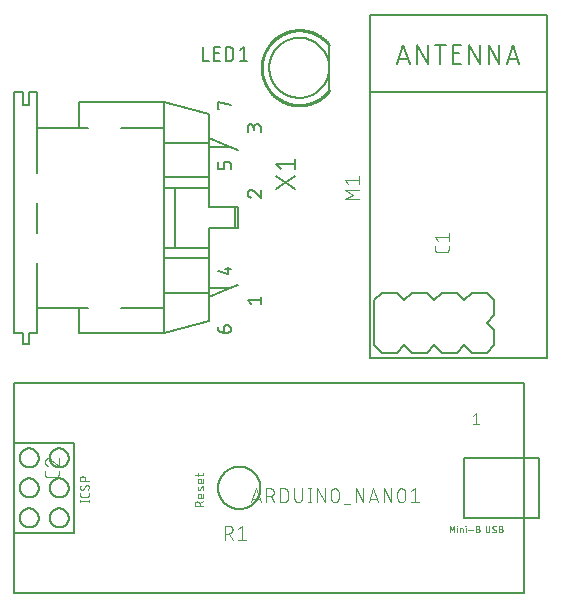
<source format=gbr>
G04 EAGLE Gerber RS-274X export*
G75*
%MOMM*%
%FSLAX34Y34*%
%LPD*%
%INSilkscreen Top*%
%IPPOS*%
%AMOC8*
5,1,8,0,0,1.08239X$1,22.5*%
G01*
%ADD10C,0.127000*%
%ADD11C,0.076200*%
%ADD12C,0.050800*%
%ADD13C,0.101600*%
%ADD14C,0.203200*%
%ADD15C,0.254000*%
%ADD16C,0.152400*%
%ADD17C,0.177800*%


D10*
X317500Y50800D02*
X-114300Y50800D01*
X-114300Y101600D01*
X-114300Y177800D01*
X-114300Y228600D01*
X317500Y228600D01*
X317500Y114300D01*
X317500Y50800D01*
X317500Y114300D02*
X330200Y114300D01*
X330200Y165100D01*
X266700Y165100D02*
X266700Y114300D01*
X317500Y114300D01*
X330200Y165100D02*
X266700Y165100D01*
X58239Y139700D02*
X58244Y140141D01*
X58261Y140581D01*
X58288Y141021D01*
X58325Y141460D01*
X58374Y141899D01*
X58433Y142335D01*
X58503Y142771D01*
X58584Y143204D01*
X58675Y143635D01*
X58777Y144064D01*
X58890Y144490D01*
X59012Y144914D01*
X59146Y145334D01*
X59289Y145751D01*
X59443Y146164D01*
X59606Y146573D01*
X59780Y146979D01*
X59963Y147379D01*
X60157Y147775D01*
X60360Y148167D01*
X60572Y148553D01*
X60794Y148934D01*
X61026Y149309D01*
X61266Y149679D01*
X61515Y150042D01*
X61774Y150399D01*
X62041Y150750D01*
X62316Y151094D01*
X62600Y151432D01*
X62892Y151762D01*
X63192Y152085D01*
X63500Y152400D01*
X63815Y152708D01*
X64138Y153008D01*
X64468Y153300D01*
X64806Y153584D01*
X65150Y153859D01*
X65501Y154126D01*
X65858Y154385D01*
X66221Y154634D01*
X66591Y154874D01*
X66966Y155106D01*
X67347Y155328D01*
X67733Y155540D01*
X68125Y155743D01*
X68521Y155937D01*
X68921Y156120D01*
X69327Y156294D01*
X69736Y156457D01*
X70149Y156611D01*
X70566Y156754D01*
X70986Y156888D01*
X71410Y157010D01*
X71836Y157123D01*
X72265Y157225D01*
X72696Y157316D01*
X73129Y157397D01*
X73565Y157467D01*
X74001Y157526D01*
X74440Y157575D01*
X74879Y157612D01*
X75319Y157639D01*
X75759Y157656D01*
X76200Y157661D01*
X76641Y157656D01*
X77081Y157639D01*
X77521Y157612D01*
X77960Y157575D01*
X78399Y157526D01*
X78835Y157467D01*
X79271Y157397D01*
X79704Y157316D01*
X80135Y157225D01*
X80564Y157123D01*
X80990Y157010D01*
X81414Y156888D01*
X81834Y156754D01*
X82251Y156611D01*
X82664Y156457D01*
X83073Y156294D01*
X83479Y156120D01*
X83879Y155937D01*
X84275Y155743D01*
X84667Y155540D01*
X85053Y155328D01*
X85434Y155106D01*
X85809Y154874D01*
X86179Y154634D01*
X86542Y154385D01*
X86899Y154126D01*
X87250Y153859D01*
X87594Y153584D01*
X87932Y153300D01*
X88262Y153008D01*
X88585Y152708D01*
X88900Y152400D01*
X89208Y152085D01*
X89508Y151762D01*
X89800Y151432D01*
X90084Y151094D01*
X90359Y150750D01*
X90626Y150399D01*
X90885Y150042D01*
X91134Y149679D01*
X91374Y149309D01*
X91606Y148934D01*
X91828Y148553D01*
X92040Y148167D01*
X92243Y147775D01*
X92437Y147379D01*
X92620Y146979D01*
X92794Y146573D01*
X92957Y146164D01*
X93111Y145751D01*
X93254Y145334D01*
X93388Y144914D01*
X93510Y144490D01*
X93623Y144064D01*
X93725Y143635D01*
X93816Y143204D01*
X93897Y142771D01*
X93967Y142335D01*
X94026Y141899D01*
X94075Y141460D01*
X94112Y141021D01*
X94139Y140581D01*
X94156Y140141D01*
X94161Y139700D01*
X94156Y139259D01*
X94139Y138819D01*
X94112Y138379D01*
X94075Y137940D01*
X94026Y137501D01*
X93967Y137065D01*
X93897Y136629D01*
X93816Y136196D01*
X93725Y135765D01*
X93623Y135336D01*
X93510Y134910D01*
X93388Y134486D01*
X93254Y134066D01*
X93111Y133649D01*
X92957Y133236D01*
X92794Y132827D01*
X92620Y132421D01*
X92437Y132021D01*
X92243Y131625D01*
X92040Y131233D01*
X91828Y130847D01*
X91606Y130466D01*
X91374Y130091D01*
X91134Y129721D01*
X90885Y129358D01*
X90626Y129001D01*
X90359Y128650D01*
X90084Y128306D01*
X89800Y127968D01*
X89508Y127638D01*
X89208Y127315D01*
X88900Y127000D01*
X88585Y126692D01*
X88262Y126392D01*
X87932Y126100D01*
X87594Y125816D01*
X87250Y125541D01*
X86899Y125274D01*
X86542Y125015D01*
X86179Y124766D01*
X85809Y124526D01*
X85434Y124294D01*
X85053Y124072D01*
X84667Y123860D01*
X84275Y123657D01*
X83879Y123463D01*
X83479Y123280D01*
X83073Y123106D01*
X82664Y122943D01*
X82251Y122789D01*
X81834Y122646D01*
X81414Y122512D01*
X80990Y122390D01*
X80564Y122277D01*
X80135Y122175D01*
X79704Y122084D01*
X79271Y122003D01*
X78835Y121933D01*
X78399Y121874D01*
X77960Y121825D01*
X77521Y121788D01*
X77081Y121761D01*
X76641Y121744D01*
X76200Y121739D01*
X75759Y121744D01*
X75319Y121761D01*
X74879Y121788D01*
X74440Y121825D01*
X74001Y121874D01*
X73565Y121933D01*
X73129Y122003D01*
X72696Y122084D01*
X72265Y122175D01*
X71836Y122277D01*
X71410Y122390D01*
X70986Y122512D01*
X70566Y122646D01*
X70149Y122789D01*
X69736Y122943D01*
X69327Y123106D01*
X68921Y123280D01*
X68521Y123463D01*
X68125Y123657D01*
X67733Y123860D01*
X67347Y124072D01*
X66966Y124294D01*
X66591Y124526D01*
X66221Y124766D01*
X65858Y125015D01*
X65501Y125274D01*
X65150Y125541D01*
X64806Y125816D01*
X64468Y126100D01*
X64138Y126392D01*
X63815Y126692D01*
X63500Y127000D01*
X63192Y127315D01*
X62892Y127638D01*
X62600Y127968D01*
X62316Y128306D01*
X62041Y128650D01*
X61774Y129001D01*
X61515Y129358D01*
X61266Y129721D01*
X61026Y130091D01*
X60794Y130466D01*
X60572Y130847D01*
X60360Y131233D01*
X60157Y131625D01*
X59963Y132021D01*
X59780Y132421D01*
X59606Y132827D01*
X59443Y133236D01*
X59289Y133649D01*
X59146Y134066D01*
X59012Y134486D01*
X58890Y134910D01*
X58777Y135336D01*
X58675Y135765D01*
X58584Y136196D01*
X58503Y136629D01*
X58433Y137065D01*
X58374Y137501D01*
X58325Y137940D01*
X58288Y138379D01*
X58261Y138819D01*
X58244Y139259D01*
X58239Y139700D01*
D11*
X45847Y123989D02*
X38481Y123989D01*
X38481Y126035D01*
X38483Y126124D01*
X38489Y126213D01*
X38499Y126302D01*
X38512Y126390D01*
X38529Y126478D01*
X38551Y126565D01*
X38576Y126650D01*
X38604Y126735D01*
X38637Y126818D01*
X38673Y126900D01*
X38712Y126980D01*
X38755Y127058D01*
X38801Y127134D01*
X38851Y127209D01*
X38904Y127281D01*
X38960Y127350D01*
X39019Y127417D01*
X39080Y127482D01*
X39145Y127543D01*
X39212Y127602D01*
X39281Y127658D01*
X39353Y127711D01*
X39428Y127761D01*
X39504Y127807D01*
X39582Y127850D01*
X39662Y127889D01*
X39744Y127925D01*
X39827Y127958D01*
X39912Y127986D01*
X39997Y128011D01*
X40084Y128033D01*
X40172Y128050D01*
X40260Y128063D01*
X40349Y128073D01*
X40438Y128079D01*
X40527Y128081D01*
X40616Y128079D01*
X40705Y128073D01*
X40794Y128063D01*
X40882Y128050D01*
X40970Y128033D01*
X41057Y128011D01*
X41142Y127986D01*
X41227Y127958D01*
X41310Y127925D01*
X41392Y127889D01*
X41472Y127850D01*
X41550Y127807D01*
X41626Y127761D01*
X41701Y127711D01*
X41773Y127658D01*
X41842Y127602D01*
X41909Y127543D01*
X41974Y127482D01*
X42035Y127417D01*
X42094Y127350D01*
X42150Y127281D01*
X42203Y127209D01*
X42253Y127134D01*
X42299Y127058D01*
X42342Y126980D01*
X42381Y126900D01*
X42417Y126818D01*
X42450Y126735D01*
X42478Y126650D01*
X42503Y126565D01*
X42525Y126478D01*
X42542Y126390D01*
X42555Y126302D01*
X42565Y126213D01*
X42571Y126124D01*
X42573Y126035D01*
X42573Y123989D01*
X42573Y126444D02*
X45847Y128081D01*
X45847Y132402D02*
X45847Y134448D01*
X45847Y132402D02*
X45845Y132333D01*
X45839Y132265D01*
X45830Y132196D01*
X45816Y132129D01*
X45799Y132062D01*
X45778Y131996D01*
X45754Y131932D01*
X45725Y131869D01*
X45694Y131808D01*
X45659Y131749D01*
X45621Y131691D01*
X45579Y131636D01*
X45535Y131584D01*
X45487Y131534D01*
X45437Y131486D01*
X45385Y131442D01*
X45330Y131401D01*
X45272Y131362D01*
X45213Y131327D01*
X45152Y131296D01*
X45089Y131267D01*
X45025Y131243D01*
X44959Y131222D01*
X44892Y131205D01*
X44825Y131191D01*
X44757Y131182D01*
X44688Y131176D01*
X44619Y131174D01*
X44619Y131175D02*
X42573Y131175D01*
X42573Y131174D02*
X42494Y131176D01*
X42415Y131182D01*
X42336Y131191D01*
X42258Y131204D01*
X42181Y131222D01*
X42105Y131242D01*
X42030Y131267D01*
X41956Y131295D01*
X41883Y131326D01*
X41812Y131362D01*
X41743Y131400D01*
X41676Y131442D01*
X41611Y131487D01*
X41548Y131535D01*
X41487Y131586D01*
X41430Y131640D01*
X41374Y131696D01*
X41322Y131755D01*
X41272Y131817D01*
X41226Y131881D01*
X41182Y131947D01*
X41142Y132015D01*
X41106Y132085D01*
X41072Y132157D01*
X41042Y132231D01*
X41016Y132305D01*
X40993Y132381D01*
X40975Y132458D01*
X40959Y132535D01*
X40948Y132614D01*
X40940Y132692D01*
X40936Y132771D01*
X40936Y132851D01*
X40940Y132930D01*
X40948Y133008D01*
X40959Y133087D01*
X40975Y133164D01*
X40993Y133241D01*
X41016Y133317D01*
X41042Y133391D01*
X41072Y133465D01*
X41106Y133537D01*
X41142Y133607D01*
X41182Y133675D01*
X41226Y133741D01*
X41272Y133805D01*
X41322Y133867D01*
X41374Y133926D01*
X41430Y133982D01*
X41487Y134036D01*
X41548Y134087D01*
X41611Y134135D01*
X41676Y134180D01*
X41743Y134222D01*
X41812Y134260D01*
X41883Y134296D01*
X41956Y134327D01*
X42030Y134355D01*
X42105Y134380D01*
X42181Y134400D01*
X42258Y134418D01*
X42336Y134431D01*
X42415Y134440D01*
X42494Y134446D01*
X42573Y134448D01*
X43392Y134448D01*
X43392Y131175D01*
X42982Y138128D02*
X43801Y140174D01*
X42982Y138128D02*
X42957Y138069D01*
X42928Y138012D01*
X42895Y137957D01*
X42859Y137904D01*
X42821Y137853D01*
X42779Y137805D01*
X42734Y137759D01*
X42687Y137716D01*
X42637Y137676D01*
X42585Y137639D01*
X42530Y137605D01*
X42474Y137574D01*
X42416Y137547D01*
X42356Y137524D01*
X42296Y137504D01*
X42234Y137488D01*
X42171Y137475D01*
X42107Y137467D01*
X42044Y137462D01*
X41980Y137461D01*
X41916Y137464D01*
X41852Y137471D01*
X41789Y137482D01*
X41727Y137496D01*
X41665Y137514D01*
X41605Y137536D01*
X41546Y137561D01*
X41489Y137590D01*
X41434Y137623D01*
X41381Y137658D01*
X41330Y137697D01*
X41281Y137739D01*
X41235Y137783D01*
X41192Y137831D01*
X41152Y137880D01*
X41115Y137933D01*
X41081Y137987D01*
X41050Y138043D01*
X41023Y138101D01*
X40999Y138160D01*
X40980Y138221D01*
X40963Y138283D01*
X40951Y138346D01*
X40942Y138409D01*
X40937Y138473D01*
X40936Y138537D01*
X40940Y138673D01*
X40948Y138808D01*
X40960Y138944D01*
X40976Y139078D01*
X40996Y139213D01*
X41019Y139346D01*
X41047Y139479D01*
X41078Y139611D01*
X41113Y139742D01*
X41152Y139872D01*
X41195Y140001D01*
X41242Y140128D01*
X41292Y140254D01*
X41346Y140379D01*
X43801Y140174D02*
X43826Y140233D01*
X43855Y140290D01*
X43888Y140345D01*
X43924Y140398D01*
X43962Y140449D01*
X44004Y140497D01*
X44049Y140543D01*
X44096Y140586D01*
X44146Y140626D01*
X44198Y140663D01*
X44253Y140697D01*
X44309Y140728D01*
X44367Y140755D01*
X44427Y140778D01*
X44487Y140798D01*
X44549Y140814D01*
X44612Y140827D01*
X44676Y140835D01*
X44739Y140840D01*
X44803Y140841D01*
X44867Y140838D01*
X44931Y140831D01*
X44994Y140820D01*
X45056Y140806D01*
X45118Y140788D01*
X45178Y140766D01*
X45237Y140741D01*
X45294Y140712D01*
X45349Y140679D01*
X45402Y140644D01*
X45453Y140605D01*
X45502Y140563D01*
X45548Y140519D01*
X45591Y140471D01*
X45631Y140422D01*
X45668Y140369D01*
X45702Y140315D01*
X45733Y140259D01*
X45760Y140201D01*
X45784Y140142D01*
X45803Y140081D01*
X45820Y140019D01*
X45832Y139956D01*
X45841Y139893D01*
X45846Y139829D01*
X45847Y139765D01*
X45843Y139601D01*
X45835Y139437D01*
X45823Y139273D01*
X45807Y139110D01*
X45787Y138947D01*
X45764Y138784D01*
X45736Y138623D01*
X45705Y138461D01*
X45670Y138301D01*
X45631Y138142D01*
X45588Y137983D01*
X45542Y137826D01*
X45492Y137669D01*
X45438Y137514D01*
X45847Y145082D02*
X45847Y147128D01*
X45847Y145082D02*
X45845Y145013D01*
X45839Y144945D01*
X45830Y144876D01*
X45816Y144809D01*
X45799Y144742D01*
X45778Y144676D01*
X45754Y144612D01*
X45725Y144549D01*
X45694Y144488D01*
X45659Y144429D01*
X45621Y144371D01*
X45579Y144316D01*
X45535Y144264D01*
X45487Y144214D01*
X45437Y144166D01*
X45385Y144122D01*
X45330Y144081D01*
X45272Y144042D01*
X45213Y144007D01*
X45152Y143976D01*
X45089Y143947D01*
X45025Y143923D01*
X44959Y143902D01*
X44892Y143885D01*
X44825Y143871D01*
X44757Y143862D01*
X44688Y143856D01*
X44619Y143854D01*
X42573Y143854D01*
X42494Y143856D01*
X42415Y143862D01*
X42336Y143871D01*
X42258Y143884D01*
X42181Y143902D01*
X42105Y143922D01*
X42030Y143947D01*
X41956Y143975D01*
X41883Y144006D01*
X41812Y144042D01*
X41743Y144080D01*
X41676Y144122D01*
X41611Y144167D01*
X41548Y144215D01*
X41487Y144266D01*
X41430Y144320D01*
X41374Y144376D01*
X41322Y144435D01*
X41272Y144497D01*
X41226Y144561D01*
X41182Y144627D01*
X41142Y144695D01*
X41106Y144765D01*
X41072Y144837D01*
X41042Y144911D01*
X41016Y144985D01*
X40993Y145061D01*
X40975Y145138D01*
X40959Y145215D01*
X40948Y145294D01*
X40940Y145372D01*
X40936Y145451D01*
X40936Y145531D01*
X40940Y145610D01*
X40948Y145688D01*
X40959Y145767D01*
X40975Y145844D01*
X40993Y145921D01*
X41016Y145997D01*
X41042Y146071D01*
X41072Y146145D01*
X41106Y146217D01*
X41142Y146287D01*
X41182Y146355D01*
X41226Y146421D01*
X41272Y146485D01*
X41322Y146547D01*
X41374Y146606D01*
X41430Y146662D01*
X41487Y146716D01*
X41548Y146767D01*
X41611Y146815D01*
X41676Y146860D01*
X41743Y146902D01*
X41812Y146940D01*
X41883Y146976D01*
X41956Y147007D01*
X42030Y147035D01*
X42105Y147060D01*
X42181Y147080D01*
X42258Y147098D01*
X42336Y147111D01*
X42415Y147120D01*
X42494Y147126D01*
X42573Y147128D01*
X43392Y147128D01*
X43392Y143854D01*
X40936Y149564D02*
X40936Y152019D01*
X38481Y150382D02*
X44619Y150382D01*
X44688Y150384D01*
X44756Y150390D01*
X44825Y150399D01*
X44892Y150413D01*
X44959Y150430D01*
X45025Y150451D01*
X45089Y150475D01*
X45152Y150504D01*
X45213Y150535D01*
X45272Y150570D01*
X45330Y150608D01*
X45385Y150650D01*
X45437Y150694D01*
X45487Y150742D01*
X45535Y150792D01*
X45579Y150844D01*
X45621Y150899D01*
X45659Y150957D01*
X45694Y151016D01*
X45725Y151077D01*
X45754Y151140D01*
X45778Y151204D01*
X45799Y151270D01*
X45816Y151337D01*
X45830Y151404D01*
X45839Y151473D01*
X45845Y151541D01*
X45847Y151610D01*
X45847Y152019D01*
X273798Y200731D02*
X276408Y202819D01*
X276408Y193421D01*
X273798Y193421D02*
X279019Y193421D01*
D12*
X254254Y107442D02*
X254254Y101854D01*
X256117Y104338D02*
X254254Y107442D01*
X256117Y104338D02*
X257979Y107442D01*
X257979Y101854D01*
X260506Y101854D02*
X260506Y105579D01*
X260351Y107132D02*
X260351Y107442D01*
X260661Y107442D01*
X260661Y107132D01*
X260351Y107132D01*
X262922Y105579D02*
X262922Y101854D01*
X262922Y105579D02*
X264474Y105579D01*
X264532Y105577D01*
X264591Y105572D01*
X264648Y105563D01*
X264706Y105550D01*
X264762Y105533D01*
X264817Y105514D01*
X264870Y105490D01*
X264923Y105464D01*
X264973Y105434D01*
X265021Y105401D01*
X265067Y105365D01*
X265111Y105327D01*
X265153Y105285D01*
X265191Y105241D01*
X265227Y105195D01*
X265260Y105147D01*
X265290Y105097D01*
X265316Y105044D01*
X265340Y104991D01*
X265359Y104936D01*
X265376Y104880D01*
X265389Y104822D01*
X265398Y104765D01*
X265403Y104706D01*
X265405Y104648D01*
X265405Y101854D01*
X267821Y101854D02*
X267821Y105579D01*
X267666Y107132D02*
X267666Y107442D01*
X267976Y107442D01*
X267976Y107132D01*
X267666Y107132D01*
X270164Y104027D02*
X273890Y104027D01*
X276593Y104958D02*
X278145Y104958D01*
X278222Y104956D01*
X278300Y104950D01*
X278376Y104941D01*
X278453Y104927D01*
X278528Y104910D01*
X278602Y104889D01*
X278676Y104864D01*
X278748Y104836D01*
X278818Y104804D01*
X278887Y104769D01*
X278954Y104730D01*
X279019Y104688D01*
X279082Y104643D01*
X279143Y104595D01*
X279201Y104544D01*
X279256Y104490D01*
X279309Y104433D01*
X279358Y104374D01*
X279405Y104312D01*
X279449Y104248D01*
X279489Y104182D01*
X279526Y104114D01*
X279560Y104044D01*
X279590Y103973D01*
X279616Y103900D01*
X279639Y103826D01*
X279658Y103751D01*
X279673Y103676D01*
X279685Y103599D01*
X279693Y103522D01*
X279697Y103445D01*
X279697Y103367D01*
X279693Y103290D01*
X279685Y103213D01*
X279673Y103136D01*
X279658Y103061D01*
X279639Y102986D01*
X279616Y102912D01*
X279590Y102839D01*
X279560Y102768D01*
X279526Y102698D01*
X279489Y102630D01*
X279449Y102564D01*
X279405Y102500D01*
X279358Y102438D01*
X279309Y102379D01*
X279256Y102322D01*
X279201Y102268D01*
X279143Y102217D01*
X279082Y102169D01*
X279019Y102124D01*
X278954Y102082D01*
X278887Y102043D01*
X278818Y102008D01*
X278748Y101976D01*
X278676Y101948D01*
X278602Y101923D01*
X278528Y101902D01*
X278453Y101885D01*
X278376Y101871D01*
X278300Y101862D01*
X278222Y101856D01*
X278145Y101854D01*
X276593Y101854D01*
X276593Y107442D01*
X278145Y107442D01*
X278215Y107440D01*
X278284Y107434D01*
X278353Y107424D01*
X278421Y107411D01*
X278489Y107393D01*
X278555Y107372D01*
X278620Y107347D01*
X278684Y107319D01*
X278746Y107287D01*
X278806Y107252D01*
X278864Y107213D01*
X278919Y107171D01*
X278973Y107126D01*
X279023Y107078D01*
X279071Y107028D01*
X279116Y106974D01*
X279158Y106919D01*
X279197Y106861D01*
X279232Y106801D01*
X279264Y106739D01*
X279292Y106675D01*
X279317Y106610D01*
X279338Y106544D01*
X279356Y106476D01*
X279369Y106408D01*
X279379Y106339D01*
X279385Y106270D01*
X279387Y106200D01*
X279385Y106130D01*
X279379Y106061D01*
X279369Y105992D01*
X279356Y105924D01*
X279338Y105856D01*
X279317Y105790D01*
X279292Y105725D01*
X279264Y105661D01*
X279232Y105599D01*
X279197Y105539D01*
X279158Y105481D01*
X279116Y105426D01*
X279071Y105372D01*
X279023Y105322D01*
X278973Y105274D01*
X278919Y105229D01*
X278864Y105187D01*
X278806Y105148D01*
X278746Y105113D01*
X278684Y105081D01*
X278620Y105053D01*
X278555Y105028D01*
X278489Y105007D01*
X278421Y104989D01*
X278353Y104976D01*
X278284Y104966D01*
X278215Y104960D01*
X278145Y104958D01*
X284922Y103406D02*
X284922Y107442D01*
X284922Y103406D02*
X284924Y103329D01*
X284930Y103251D01*
X284939Y103175D01*
X284953Y103098D01*
X284970Y103023D01*
X284991Y102949D01*
X285016Y102875D01*
X285044Y102803D01*
X285076Y102733D01*
X285111Y102664D01*
X285150Y102597D01*
X285192Y102532D01*
X285237Y102469D01*
X285285Y102408D01*
X285336Y102350D01*
X285390Y102295D01*
X285447Y102242D01*
X285506Y102193D01*
X285568Y102146D01*
X285632Y102102D01*
X285698Y102062D01*
X285766Y102025D01*
X285836Y101991D01*
X285907Y101961D01*
X285980Y101935D01*
X286054Y101912D01*
X286129Y101893D01*
X286204Y101878D01*
X286281Y101866D01*
X286358Y101858D01*
X286435Y101854D01*
X286513Y101854D01*
X286590Y101858D01*
X286667Y101866D01*
X286744Y101878D01*
X286819Y101893D01*
X286894Y101912D01*
X286968Y101935D01*
X287041Y101961D01*
X287112Y101991D01*
X287182Y102025D01*
X287250Y102062D01*
X287316Y102102D01*
X287380Y102146D01*
X287442Y102193D01*
X287501Y102242D01*
X287558Y102295D01*
X287612Y102350D01*
X287663Y102408D01*
X287711Y102469D01*
X287756Y102532D01*
X287798Y102597D01*
X287837Y102664D01*
X287872Y102733D01*
X287904Y102803D01*
X287932Y102875D01*
X287957Y102949D01*
X287978Y103023D01*
X287995Y103098D01*
X288009Y103175D01*
X288018Y103251D01*
X288024Y103329D01*
X288026Y103406D01*
X288027Y103406D02*
X288027Y107442D01*
X293513Y103096D02*
X293511Y103026D01*
X293505Y102957D01*
X293495Y102888D01*
X293482Y102820D01*
X293464Y102752D01*
X293443Y102686D01*
X293418Y102621D01*
X293390Y102557D01*
X293358Y102495D01*
X293323Y102435D01*
X293284Y102377D01*
X293242Y102322D01*
X293197Y102268D01*
X293149Y102218D01*
X293099Y102170D01*
X293045Y102125D01*
X292990Y102083D01*
X292932Y102044D01*
X292872Y102009D01*
X292810Y101977D01*
X292746Y101949D01*
X292681Y101924D01*
X292615Y101903D01*
X292547Y101885D01*
X292479Y101872D01*
X292410Y101862D01*
X292341Y101856D01*
X292271Y101854D01*
X292172Y101856D01*
X292074Y101861D01*
X291976Y101871D01*
X291878Y101884D01*
X291781Y101900D01*
X291684Y101920D01*
X291589Y101944D01*
X291494Y101972D01*
X291400Y102003D01*
X291308Y102037D01*
X291217Y102075D01*
X291127Y102116D01*
X291039Y102161D01*
X290953Y102209D01*
X290869Y102260D01*
X290787Y102314D01*
X290706Y102372D01*
X290628Y102432D01*
X290553Y102495D01*
X290479Y102561D01*
X290409Y102630D01*
X290564Y106200D02*
X290566Y106270D01*
X290572Y106339D01*
X290582Y106408D01*
X290595Y106476D01*
X290613Y106544D01*
X290634Y106610D01*
X290659Y106675D01*
X290687Y106739D01*
X290719Y106801D01*
X290754Y106861D01*
X290793Y106919D01*
X290835Y106974D01*
X290880Y107028D01*
X290928Y107078D01*
X290978Y107126D01*
X291032Y107171D01*
X291087Y107213D01*
X291145Y107252D01*
X291205Y107287D01*
X291267Y107319D01*
X291331Y107347D01*
X291396Y107372D01*
X291462Y107393D01*
X291530Y107411D01*
X291598Y107424D01*
X291667Y107434D01*
X291736Y107440D01*
X291806Y107442D01*
X291900Y107440D01*
X291993Y107434D01*
X292086Y107425D01*
X292179Y107412D01*
X292271Y107395D01*
X292362Y107375D01*
X292453Y107350D01*
X292542Y107323D01*
X292630Y107291D01*
X292717Y107256D01*
X292803Y107218D01*
X292886Y107176D01*
X292968Y107131D01*
X293049Y107083D01*
X293127Y107031D01*
X293203Y106976D01*
X291185Y105114D02*
X291126Y105150D01*
X291070Y105190D01*
X291016Y105233D01*
X290964Y105278D01*
X290915Y105327D01*
X290869Y105378D01*
X290826Y105431D01*
X290785Y105487D01*
X290748Y105545D01*
X290713Y105605D01*
X290683Y105666D01*
X290655Y105729D01*
X290631Y105794D01*
X290611Y105860D01*
X290594Y105927D01*
X290581Y105994D01*
X290572Y106062D01*
X290566Y106131D01*
X290564Y106200D01*
X292892Y104182D02*
X292951Y104146D01*
X293007Y104106D01*
X293061Y104063D01*
X293113Y104018D01*
X293162Y103969D01*
X293208Y103918D01*
X293251Y103865D01*
X293292Y103809D01*
X293329Y103751D01*
X293364Y103691D01*
X293394Y103630D01*
X293422Y103567D01*
X293446Y103502D01*
X293466Y103436D01*
X293483Y103369D01*
X293496Y103302D01*
X293505Y103234D01*
X293511Y103165D01*
X293513Y103096D01*
X292892Y104182D02*
X291185Y105114D01*
X295978Y104958D02*
X297530Y104958D01*
X297607Y104956D01*
X297685Y104950D01*
X297761Y104941D01*
X297838Y104927D01*
X297913Y104910D01*
X297987Y104889D01*
X298061Y104864D01*
X298133Y104836D01*
X298203Y104804D01*
X298272Y104769D01*
X298339Y104730D01*
X298404Y104688D01*
X298467Y104643D01*
X298528Y104595D01*
X298586Y104544D01*
X298641Y104490D01*
X298694Y104433D01*
X298743Y104374D01*
X298790Y104312D01*
X298834Y104248D01*
X298874Y104182D01*
X298911Y104114D01*
X298945Y104044D01*
X298975Y103973D01*
X299001Y103900D01*
X299024Y103826D01*
X299043Y103751D01*
X299058Y103676D01*
X299070Y103599D01*
X299078Y103522D01*
X299082Y103445D01*
X299082Y103367D01*
X299078Y103290D01*
X299070Y103213D01*
X299058Y103136D01*
X299043Y103061D01*
X299024Y102986D01*
X299001Y102912D01*
X298975Y102839D01*
X298945Y102768D01*
X298911Y102698D01*
X298874Y102630D01*
X298834Y102564D01*
X298790Y102500D01*
X298743Y102438D01*
X298694Y102379D01*
X298641Y102322D01*
X298586Y102268D01*
X298528Y102217D01*
X298467Y102169D01*
X298404Y102124D01*
X298339Y102082D01*
X298272Y102043D01*
X298203Y102008D01*
X298133Y101976D01*
X298061Y101948D01*
X297987Y101923D01*
X297913Y101902D01*
X297838Y101885D01*
X297761Y101871D01*
X297685Y101862D01*
X297607Y101856D01*
X297530Y101854D01*
X295978Y101854D01*
X295978Y107442D01*
X297530Y107442D01*
X297600Y107440D01*
X297669Y107434D01*
X297738Y107424D01*
X297806Y107411D01*
X297874Y107393D01*
X297940Y107372D01*
X298005Y107347D01*
X298069Y107319D01*
X298131Y107287D01*
X298191Y107252D01*
X298249Y107213D01*
X298304Y107171D01*
X298358Y107126D01*
X298408Y107078D01*
X298456Y107028D01*
X298501Y106974D01*
X298543Y106919D01*
X298582Y106861D01*
X298617Y106801D01*
X298649Y106739D01*
X298677Y106675D01*
X298702Y106610D01*
X298723Y106544D01*
X298741Y106476D01*
X298754Y106408D01*
X298764Y106339D01*
X298770Y106270D01*
X298772Y106200D01*
X298770Y106130D01*
X298764Y106061D01*
X298754Y105992D01*
X298741Y105924D01*
X298723Y105856D01*
X298702Y105790D01*
X298677Y105725D01*
X298649Y105661D01*
X298617Y105599D01*
X298582Y105539D01*
X298543Y105481D01*
X298501Y105426D01*
X298456Y105372D01*
X298408Y105322D01*
X298358Y105274D01*
X298304Y105229D01*
X298249Y105187D01*
X298191Y105148D01*
X298131Y105113D01*
X298069Y105081D01*
X298005Y105053D01*
X297940Y105028D01*
X297874Y105007D01*
X297806Y104989D01*
X297738Y104976D01*
X297669Y104966D01*
X297600Y104960D01*
X297530Y104958D01*
D10*
X-63500Y101600D02*
X-114300Y101600D01*
X-63500Y101600D02*
X-63500Y177800D01*
X-114300Y177800D01*
X-109600Y165100D02*
X-109598Y165296D01*
X-109590Y165493D01*
X-109578Y165689D01*
X-109561Y165884D01*
X-109540Y166079D01*
X-109513Y166274D01*
X-109482Y166468D01*
X-109446Y166661D01*
X-109406Y166853D01*
X-109360Y167044D01*
X-109310Y167234D01*
X-109256Y167422D01*
X-109196Y167609D01*
X-109132Y167795D01*
X-109064Y167979D01*
X-108991Y168161D01*
X-108914Y168342D01*
X-108832Y168520D01*
X-108746Y168697D01*
X-108655Y168871D01*
X-108561Y169043D01*
X-108462Y169213D01*
X-108359Y169380D01*
X-108252Y169545D01*
X-108141Y169706D01*
X-108026Y169866D01*
X-107907Y170022D01*
X-107784Y170175D01*
X-107658Y170325D01*
X-107528Y170472D01*
X-107394Y170616D01*
X-107257Y170757D01*
X-107116Y170894D01*
X-106972Y171028D01*
X-106825Y171158D01*
X-106675Y171284D01*
X-106522Y171407D01*
X-106366Y171526D01*
X-106206Y171641D01*
X-106045Y171752D01*
X-105880Y171859D01*
X-105713Y171962D01*
X-105543Y172061D01*
X-105371Y172155D01*
X-105197Y172246D01*
X-105020Y172332D01*
X-104842Y172414D01*
X-104661Y172491D01*
X-104479Y172564D01*
X-104295Y172632D01*
X-104109Y172696D01*
X-103922Y172756D01*
X-103734Y172810D01*
X-103544Y172860D01*
X-103353Y172906D01*
X-103161Y172946D01*
X-102968Y172982D01*
X-102774Y173013D01*
X-102579Y173040D01*
X-102384Y173061D01*
X-102189Y173078D01*
X-101993Y173090D01*
X-101796Y173098D01*
X-101600Y173100D01*
X-101404Y173098D01*
X-101207Y173090D01*
X-101011Y173078D01*
X-100816Y173061D01*
X-100621Y173040D01*
X-100426Y173013D01*
X-100232Y172982D01*
X-100039Y172946D01*
X-99847Y172906D01*
X-99656Y172860D01*
X-99466Y172810D01*
X-99278Y172756D01*
X-99091Y172696D01*
X-98905Y172632D01*
X-98721Y172564D01*
X-98539Y172491D01*
X-98358Y172414D01*
X-98180Y172332D01*
X-98003Y172246D01*
X-97829Y172155D01*
X-97657Y172061D01*
X-97487Y171962D01*
X-97320Y171859D01*
X-97155Y171752D01*
X-96994Y171641D01*
X-96834Y171526D01*
X-96678Y171407D01*
X-96525Y171284D01*
X-96375Y171158D01*
X-96228Y171028D01*
X-96084Y170894D01*
X-95943Y170757D01*
X-95806Y170616D01*
X-95672Y170472D01*
X-95542Y170325D01*
X-95416Y170175D01*
X-95293Y170022D01*
X-95174Y169866D01*
X-95059Y169706D01*
X-94948Y169545D01*
X-94841Y169380D01*
X-94738Y169213D01*
X-94639Y169043D01*
X-94545Y168871D01*
X-94454Y168697D01*
X-94368Y168520D01*
X-94286Y168342D01*
X-94209Y168161D01*
X-94136Y167979D01*
X-94068Y167795D01*
X-94004Y167609D01*
X-93944Y167422D01*
X-93890Y167234D01*
X-93840Y167044D01*
X-93794Y166853D01*
X-93754Y166661D01*
X-93718Y166468D01*
X-93687Y166274D01*
X-93660Y166079D01*
X-93639Y165884D01*
X-93622Y165689D01*
X-93610Y165493D01*
X-93602Y165296D01*
X-93600Y165100D01*
X-93602Y164904D01*
X-93610Y164707D01*
X-93622Y164511D01*
X-93639Y164316D01*
X-93660Y164121D01*
X-93687Y163926D01*
X-93718Y163732D01*
X-93754Y163539D01*
X-93794Y163347D01*
X-93840Y163156D01*
X-93890Y162966D01*
X-93944Y162778D01*
X-94004Y162591D01*
X-94068Y162405D01*
X-94136Y162221D01*
X-94209Y162039D01*
X-94286Y161858D01*
X-94368Y161680D01*
X-94454Y161503D01*
X-94545Y161329D01*
X-94639Y161157D01*
X-94738Y160987D01*
X-94841Y160820D01*
X-94948Y160655D01*
X-95059Y160494D01*
X-95174Y160334D01*
X-95293Y160178D01*
X-95416Y160025D01*
X-95542Y159875D01*
X-95672Y159728D01*
X-95806Y159584D01*
X-95943Y159443D01*
X-96084Y159306D01*
X-96228Y159172D01*
X-96375Y159042D01*
X-96525Y158916D01*
X-96678Y158793D01*
X-96834Y158674D01*
X-96994Y158559D01*
X-97155Y158448D01*
X-97320Y158341D01*
X-97487Y158238D01*
X-97657Y158139D01*
X-97829Y158045D01*
X-98003Y157954D01*
X-98180Y157868D01*
X-98358Y157786D01*
X-98539Y157709D01*
X-98721Y157636D01*
X-98905Y157568D01*
X-99091Y157504D01*
X-99278Y157444D01*
X-99466Y157390D01*
X-99656Y157340D01*
X-99847Y157294D01*
X-100039Y157254D01*
X-100232Y157218D01*
X-100426Y157187D01*
X-100621Y157160D01*
X-100816Y157139D01*
X-101011Y157122D01*
X-101207Y157110D01*
X-101404Y157102D01*
X-101600Y157100D01*
X-101796Y157102D01*
X-101993Y157110D01*
X-102189Y157122D01*
X-102384Y157139D01*
X-102579Y157160D01*
X-102774Y157187D01*
X-102968Y157218D01*
X-103161Y157254D01*
X-103353Y157294D01*
X-103544Y157340D01*
X-103734Y157390D01*
X-103922Y157444D01*
X-104109Y157504D01*
X-104295Y157568D01*
X-104479Y157636D01*
X-104661Y157709D01*
X-104842Y157786D01*
X-105020Y157868D01*
X-105197Y157954D01*
X-105371Y158045D01*
X-105543Y158139D01*
X-105713Y158238D01*
X-105880Y158341D01*
X-106045Y158448D01*
X-106206Y158559D01*
X-106366Y158674D01*
X-106522Y158793D01*
X-106675Y158916D01*
X-106825Y159042D01*
X-106972Y159172D01*
X-107116Y159306D01*
X-107257Y159443D01*
X-107394Y159584D01*
X-107528Y159728D01*
X-107658Y159875D01*
X-107784Y160025D01*
X-107907Y160178D01*
X-108026Y160334D01*
X-108141Y160494D01*
X-108252Y160655D01*
X-108359Y160820D01*
X-108462Y160987D01*
X-108561Y161157D01*
X-108655Y161329D01*
X-108746Y161503D01*
X-108832Y161680D01*
X-108914Y161858D01*
X-108991Y162039D01*
X-109064Y162221D01*
X-109132Y162405D01*
X-109196Y162591D01*
X-109256Y162778D01*
X-109310Y162966D01*
X-109360Y163156D01*
X-109406Y163347D01*
X-109446Y163539D01*
X-109482Y163732D01*
X-109513Y163926D01*
X-109540Y164121D01*
X-109561Y164316D01*
X-109578Y164511D01*
X-109590Y164707D01*
X-109598Y164904D01*
X-109600Y165100D01*
X-109600Y139700D02*
X-109598Y139896D01*
X-109590Y140093D01*
X-109578Y140289D01*
X-109561Y140484D01*
X-109540Y140679D01*
X-109513Y140874D01*
X-109482Y141068D01*
X-109446Y141261D01*
X-109406Y141453D01*
X-109360Y141644D01*
X-109310Y141834D01*
X-109256Y142022D01*
X-109196Y142209D01*
X-109132Y142395D01*
X-109064Y142579D01*
X-108991Y142761D01*
X-108914Y142942D01*
X-108832Y143120D01*
X-108746Y143297D01*
X-108655Y143471D01*
X-108561Y143643D01*
X-108462Y143813D01*
X-108359Y143980D01*
X-108252Y144145D01*
X-108141Y144306D01*
X-108026Y144466D01*
X-107907Y144622D01*
X-107784Y144775D01*
X-107658Y144925D01*
X-107528Y145072D01*
X-107394Y145216D01*
X-107257Y145357D01*
X-107116Y145494D01*
X-106972Y145628D01*
X-106825Y145758D01*
X-106675Y145884D01*
X-106522Y146007D01*
X-106366Y146126D01*
X-106206Y146241D01*
X-106045Y146352D01*
X-105880Y146459D01*
X-105713Y146562D01*
X-105543Y146661D01*
X-105371Y146755D01*
X-105197Y146846D01*
X-105020Y146932D01*
X-104842Y147014D01*
X-104661Y147091D01*
X-104479Y147164D01*
X-104295Y147232D01*
X-104109Y147296D01*
X-103922Y147356D01*
X-103734Y147410D01*
X-103544Y147460D01*
X-103353Y147506D01*
X-103161Y147546D01*
X-102968Y147582D01*
X-102774Y147613D01*
X-102579Y147640D01*
X-102384Y147661D01*
X-102189Y147678D01*
X-101993Y147690D01*
X-101796Y147698D01*
X-101600Y147700D01*
X-101404Y147698D01*
X-101207Y147690D01*
X-101011Y147678D01*
X-100816Y147661D01*
X-100621Y147640D01*
X-100426Y147613D01*
X-100232Y147582D01*
X-100039Y147546D01*
X-99847Y147506D01*
X-99656Y147460D01*
X-99466Y147410D01*
X-99278Y147356D01*
X-99091Y147296D01*
X-98905Y147232D01*
X-98721Y147164D01*
X-98539Y147091D01*
X-98358Y147014D01*
X-98180Y146932D01*
X-98003Y146846D01*
X-97829Y146755D01*
X-97657Y146661D01*
X-97487Y146562D01*
X-97320Y146459D01*
X-97155Y146352D01*
X-96994Y146241D01*
X-96834Y146126D01*
X-96678Y146007D01*
X-96525Y145884D01*
X-96375Y145758D01*
X-96228Y145628D01*
X-96084Y145494D01*
X-95943Y145357D01*
X-95806Y145216D01*
X-95672Y145072D01*
X-95542Y144925D01*
X-95416Y144775D01*
X-95293Y144622D01*
X-95174Y144466D01*
X-95059Y144306D01*
X-94948Y144145D01*
X-94841Y143980D01*
X-94738Y143813D01*
X-94639Y143643D01*
X-94545Y143471D01*
X-94454Y143297D01*
X-94368Y143120D01*
X-94286Y142942D01*
X-94209Y142761D01*
X-94136Y142579D01*
X-94068Y142395D01*
X-94004Y142209D01*
X-93944Y142022D01*
X-93890Y141834D01*
X-93840Y141644D01*
X-93794Y141453D01*
X-93754Y141261D01*
X-93718Y141068D01*
X-93687Y140874D01*
X-93660Y140679D01*
X-93639Y140484D01*
X-93622Y140289D01*
X-93610Y140093D01*
X-93602Y139896D01*
X-93600Y139700D01*
X-93602Y139504D01*
X-93610Y139307D01*
X-93622Y139111D01*
X-93639Y138916D01*
X-93660Y138721D01*
X-93687Y138526D01*
X-93718Y138332D01*
X-93754Y138139D01*
X-93794Y137947D01*
X-93840Y137756D01*
X-93890Y137566D01*
X-93944Y137378D01*
X-94004Y137191D01*
X-94068Y137005D01*
X-94136Y136821D01*
X-94209Y136639D01*
X-94286Y136458D01*
X-94368Y136280D01*
X-94454Y136103D01*
X-94545Y135929D01*
X-94639Y135757D01*
X-94738Y135587D01*
X-94841Y135420D01*
X-94948Y135255D01*
X-95059Y135094D01*
X-95174Y134934D01*
X-95293Y134778D01*
X-95416Y134625D01*
X-95542Y134475D01*
X-95672Y134328D01*
X-95806Y134184D01*
X-95943Y134043D01*
X-96084Y133906D01*
X-96228Y133772D01*
X-96375Y133642D01*
X-96525Y133516D01*
X-96678Y133393D01*
X-96834Y133274D01*
X-96994Y133159D01*
X-97155Y133048D01*
X-97320Y132941D01*
X-97487Y132838D01*
X-97657Y132739D01*
X-97829Y132645D01*
X-98003Y132554D01*
X-98180Y132468D01*
X-98358Y132386D01*
X-98539Y132309D01*
X-98721Y132236D01*
X-98905Y132168D01*
X-99091Y132104D01*
X-99278Y132044D01*
X-99466Y131990D01*
X-99656Y131940D01*
X-99847Y131894D01*
X-100039Y131854D01*
X-100232Y131818D01*
X-100426Y131787D01*
X-100621Y131760D01*
X-100816Y131739D01*
X-101011Y131722D01*
X-101207Y131710D01*
X-101404Y131702D01*
X-101600Y131700D01*
X-101796Y131702D01*
X-101993Y131710D01*
X-102189Y131722D01*
X-102384Y131739D01*
X-102579Y131760D01*
X-102774Y131787D01*
X-102968Y131818D01*
X-103161Y131854D01*
X-103353Y131894D01*
X-103544Y131940D01*
X-103734Y131990D01*
X-103922Y132044D01*
X-104109Y132104D01*
X-104295Y132168D01*
X-104479Y132236D01*
X-104661Y132309D01*
X-104842Y132386D01*
X-105020Y132468D01*
X-105197Y132554D01*
X-105371Y132645D01*
X-105543Y132739D01*
X-105713Y132838D01*
X-105880Y132941D01*
X-106045Y133048D01*
X-106206Y133159D01*
X-106366Y133274D01*
X-106522Y133393D01*
X-106675Y133516D01*
X-106825Y133642D01*
X-106972Y133772D01*
X-107116Y133906D01*
X-107257Y134043D01*
X-107394Y134184D01*
X-107528Y134328D01*
X-107658Y134475D01*
X-107784Y134625D01*
X-107907Y134778D01*
X-108026Y134934D01*
X-108141Y135094D01*
X-108252Y135255D01*
X-108359Y135420D01*
X-108462Y135587D01*
X-108561Y135757D01*
X-108655Y135929D01*
X-108746Y136103D01*
X-108832Y136280D01*
X-108914Y136458D01*
X-108991Y136639D01*
X-109064Y136821D01*
X-109132Y137005D01*
X-109196Y137191D01*
X-109256Y137378D01*
X-109310Y137566D01*
X-109360Y137756D01*
X-109406Y137947D01*
X-109446Y138139D01*
X-109482Y138332D01*
X-109513Y138526D01*
X-109540Y138721D01*
X-109561Y138916D01*
X-109578Y139111D01*
X-109590Y139307D01*
X-109598Y139504D01*
X-109600Y139700D01*
X-109600Y114300D02*
X-109598Y114496D01*
X-109590Y114693D01*
X-109578Y114889D01*
X-109561Y115084D01*
X-109540Y115279D01*
X-109513Y115474D01*
X-109482Y115668D01*
X-109446Y115861D01*
X-109406Y116053D01*
X-109360Y116244D01*
X-109310Y116434D01*
X-109256Y116622D01*
X-109196Y116809D01*
X-109132Y116995D01*
X-109064Y117179D01*
X-108991Y117361D01*
X-108914Y117542D01*
X-108832Y117720D01*
X-108746Y117897D01*
X-108655Y118071D01*
X-108561Y118243D01*
X-108462Y118413D01*
X-108359Y118580D01*
X-108252Y118745D01*
X-108141Y118906D01*
X-108026Y119066D01*
X-107907Y119222D01*
X-107784Y119375D01*
X-107658Y119525D01*
X-107528Y119672D01*
X-107394Y119816D01*
X-107257Y119957D01*
X-107116Y120094D01*
X-106972Y120228D01*
X-106825Y120358D01*
X-106675Y120484D01*
X-106522Y120607D01*
X-106366Y120726D01*
X-106206Y120841D01*
X-106045Y120952D01*
X-105880Y121059D01*
X-105713Y121162D01*
X-105543Y121261D01*
X-105371Y121355D01*
X-105197Y121446D01*
X-105020Y121532D01*
X-104842Y121614D01*
X-104661Y121691D01*
X-104479Y121764D01*
X-104295Y121832D01*
X-104109Y121896D01*
X-103922Y121956D01*
X-103734Y122010D01*
X-103544Y122060D01*
X-103353Y122106D01*
X-103161Y122146D01*
X-102968Y122182D01*
X-102774Y122213D01*
X-102579Y122240D01*
X-102384Y122261D01*
X-102189Y122278D01*
X-101993Y122290D01*
X-101796Y122298D01*
X-101600Y122300D01*
X-101404Y122298D01*
X-101207Y122290D01*
X-101011Y122278D01*
X-100816Y122261D01*
X-100621Y122240D01*
X-100426Y122213D01*
X-100232Y122182D01*
X-100039Y122146D01*
X-99847Y122106D01*
X-99656Y122060D01*
X-99466Y122010D01*
X-99278Y121956D01*
X-99091Y121896D01*
X-98905Y121832D01*
X-98721Y121764D01*
X-98539Y121691D01*
X-98358Y121614D01*
X-98180Y121532D01*
X-98003Y121446D01*
X-97829Y121355D01*
X-97657Y121261D01*
X-97487Y121162D01*
X-97320Y121059D01*
X-97155Y120952D01*
X-96994Y120841D01*
X-96834Y120726D01*
X-96678Y120607D01*
X-96525Y120484D01*
X-96375Y120358D01*
X-96228Y120228D01*
X-96084Y120094D01*
X-95943Y119957D01*
X-95806Y119816D01*
X-95672Y119672D01*
X-95542Y119525D01*
X-95416Y119375D01*
X-95293Y119222D01*
X-95174Y119066D01*
X-95059Y118906D01*
X-94948Y118745D01*
X-94841Y118580D01*
X-94738Y118413D01*
X-94639Y118243D01*
X-94545Y118071D01*
X-94454Y117897D01*
X-94368Y117720D01*
X-94286Y117542D01*
X-94209Y117361D01*
X-94136Y117179D01*
X-94068Y116995D01*
X-94004Y116809D01*
X-93944Y116622D01*
X-93890Y116434D01*
X-93840Y116244D01*
X-93794Y116053D01*
X-93754Y115861D01*
X-93718Y115668D01*
X-93687Y115474D01*
X-93660Y115279D01*
X-93639Y115084D01*
X-93622Y114889D01*
X-93610Y114693D01*
X-93602Y114496D01*
X-93600Y114300D01*
X-93602Y114104D01*
X-93610Y113907D01*
X-93622Y113711D01*
X-93639Y113516D01*
X-93660Y113321D01*
X-93687Y113126D01*
X-93718Y112932D01*
X-93754Y112739D01*
X-93794Y112547D01*
X-93840Y112356D01*
X-93890Y112166D01*
X-93944Y111978D01*
X-94004Y111791D01*
X-94068Y111605D01*
X-94136Y111421D01*
X-94209Y111239D01*
X-94286Y111058D01*
X-94368Y110880D01*
X-94454Y110703D01*
X-94545Y110529D01*
X-94639Y110357D01*
X-94738Y110187D01*
X-94841Y110020D01*
X-94948Y109855D01*
X-95059Y109694D01*
X-95174Y109534D01*
X-95293Y109378D01*
X-95416Y109225D01*
X-95542Y109075D01*
X-95672Y108928D01*
X-95806Y108784D01*
X-95943Y108643D01*
X-96084Y108506D01*
X-96228Y108372D01*
X-96375Y108242D01*
X-96525Y108116D01*
X-96678Y107993D01*
X-96834Y107874D01*
X-96994Y107759D01*
X-97155Y107648D01*
X-97320Y107541D01*
X-97487Y107438D01*
X-97657Y107339D01*
X-97829Y107245D01*
X-98003Y107154D01*
X-98180Y107068D01*
X-98358Y106986D01*
X-98539Y106909D01*
X-98721Y106836D01*
X-98905Y106768D01*
X-99091Y106704D01*
X-99278Y106644D01*
X-99466Y106590D01*
X-99656Y106540D01*
X-99847Y106494D01*
X-100039Y106454D01*
X-100232Y106418D01*
X-100426Y106387D01*
X-100621Y106360D01*
X-100816Y106339D01*
X-101011Y106322D01*
X-101207Y106310D01*
X-101404Y106302D01*
X-101600Y106300D01*
X-101796Y106302D01*
X-101993Y106310D01*
X-102189Y106322D01*
X-102384Y106339D01*
X-102579Y106360D01*
X-102774Y106387D01*
X-102968Y106418D01*
X-103161Y106454D01*
X-103353Y106494D01*
X-103544Y106540D01*
X-103734Y106590D01*
X-103922Y106644D01*
X-104109Y106704D01*
X-104295Y106768D01*
X-104479Y106836D01*
X-104661Y106909D01*
X-104842Y106986D01*
X-105020Y107068D01*
X-105197Y107154D01*
X-105371Y107245D01*
X-105543Y107339D01*
X-105713Y107438D01*
X-105880Y107541D01*
X-106045Y107648D01*
X-106206Y107759D01*
X-106366Y107874D01*
X-106522Y107993D01*
X-106675Y108116D01*
X-106825Y108242D01*
X-106972Y108372D01*
X-107116Y108506D01*
X-107257Y108643D01*
X-107394Y108784D01*
X-107528Y108928D01*
X-107658Y109075D01*
X-107784Y109225D01*
X-107907Y109378D01*
X-108026Y109534D01*
X-108141Y109694D01*
X-108252Y109855D01*
X-108359Y110020D01*
X-108462Y110187D01*
X-108561Y110357D01*
X-108655Y110529D01*
X-108746Y110703D01*
X-108832Y110880D01*
X-108914Y111058D01*
X-108991Y111239D01*
X-109064Y111421D01*
X-109132Y111605D01*
X-109196Y111791D01*
X-109256Y111978D01*
X-109310Y112166D01*
X-109360Y112356D01*
X-109406Y112547D01*
X-109446Y112739D01*
X-109482Y112932D01*
X-109513Y113126D01*
X-109540Y113321D01*
X-109561Y113516D01*
X-109578Y113711D01*
X-109590Y113907D01*
X-109598Y114104D01*
X-109600Y114300D01*
X-84200Y114300D02*
X-84198Y114496D01*
X-84190Y114693D01*
X-84178Y114889D01*
X-84161Y115084D01*
X-84140Y115279D01*
X-84113Y115474D01*
X-84082Y115668D01*
X-84046Y115861D01*
X-84006Y116053D01*
X-83960Y116244D01*
X-83910Y116434D01*
X-83856Y116622D01*
X-83796Y116809D01*
X-83732Y116995D01*
X-83664Y117179D01*
X-83591Y117361D01*
X-83514Y117542D01*
X-83432Y117720D01*
X-83346Y117897D01*
X-83255Y118071D01*
X-83161Y118243D01*
X-83062Y118413D01*
X-82959Y118580D01*
X-82852Y118745D01*
X-82741Y118906D01*
X-82626Y119066D01*
X-82507Y119222D01*
X-82384Y119375D01*
X-82258Y119525D01*
X-82128Y119672D01*
X-81994Y119816D01*
X-81857Y119957D01*
X-81716Y120094D01*
X-81572Y120228D01*
X-81425Y120358D01*
X-81275Y120484D01*
X-81122Y120607D01*
X-80966Y120726D01*
X-80806Y120841D01*
X-80645Y120952D01*
X-80480Y121059D01*
X-80313Y121162D01*
X-80143Y121261D01*
X-79971Y121355D01*
X-79797Y121446D01*
X-79620Y121532D01*
X-79442Y121614D01*
X-79261Y121691D01*
X-79079Y121764D01*
X-78895Y121832D01*
X-78709Y121896D01*
X-78522Y121956D01*
X-78334Y122010D01*
X-78144Y122060D01*
X-77953Y122106D01*
X-77761Y122146D01*
X-77568Y122182D01*
X-77374Y122213D01*
X-77179Y122240D01*
X-76984Y122261D01*
X-76789Y122278D01*
X-76593Y122290D01*
X-76396Y122298D01*
X-76200Y122300D01*
X-76004Y122298D01*
X-75807Y122290D01*
X-75611Y122278D01*
X-75416Y122261D01*
X-75221Y122240D01*
X-75026Y122213D01*
X-74832Y122182D01*
X-74639Y122146D01*
X-74447Y122106D01*
X-74256Y122060D01*
X-74066Y122010D01*
X-73878Y121956D01*
X-73691Y121896D01*
X-73505Y121832D01*
X-73321Y121764D01*
X-73139Y121691D01*
X-72958Y121614D01*
X-72780Y121532D01*
X-72603Y121446D01*
X-72429Y121355D01*
X-72257Y121261D01*
X-72087Y121162D01*
X-71920Y121059D01*
X-71755Y120952D01*
X-71594Y120841D01*
X-71434Y120726D01*
X-71278Y120607D01*
X-71125Y120484D01*
X-70975Y120358D01*
X-70828Y120228D01*
X-70684Y120094D01*
X-70543Y119957D01*
X-70406Y119816D01*
X-70272Y119672D01*
X-70142Y119525D01*
X-70016Y119375D01*
X-69893Y119222D01*
X-69774Y119066D01*
X-69659Y118906D01*
X-69548Y118745D01*
X-69441Y118580D01*
X-69338Y118413D01*
X-69239Y118243D01*
X-69145Y118071D01*
X-69054Y117897D01*
X-68968Y117720D01*
X-68886Y117542D01*
X-68809Y117361D01*
X-68736Y117179D01*
X-68668Y116995D01*
X-68604Y116809D01*
X-68544Y116622D01*
X-68490Y116434D01*
X-68440Y116244D01*
X-68394Y116053D01*
X-68354Y115861D01*
X-68318Y115668D01*
X-68287Y115474D01*
X-68260Y115279D01*
X-68239Y115084D01*
X-68222Y114889D01*
X-68210Y114693D01*
X-68202Y114496D01*
X-68200Y114300D01*
X-68202Y114104D01*
X-68210Y113907D01*
X-68222Y113711D01*
X-68239Y113516D01*
X-68260Y113321D01*
X-68287Y113126D01*
X-68318Y112932D01*
X-68354Y112739D01*
X-68394Y112547D01*
X-68440Y112356D01*
X-68490Y112166D01*
X-68544Y111978D01*
X-68604Y111791D01*
X-68668Y111605D01*
X-68736Y111421D01*
X-68809Y111239D01*
X-68886Y111058D01*
X-68968Y110880D01*
X-69054Y110703D01*
X-69145Y110529D01*
X-69239Y110357D01*
X-69338Y110187D01*
X-69441Y110020D01*
X-69548Y109855D01*
X-69659Y109694D01*
X-69774Y109534D01*
X-69893Y109378D01*
X-70016Y109225D01*
X-70142Y109075D01*
X-70272Y108928D01*
X-70406Y108784D01*
X-70543Y108643D01*
X-70684Y108506D01*
X-70828Y108372D01*
X-70975Y108242D01*
X-71125Y108116D01*
X-71278Y107993D01*
X-71434Y107874D01*
X-71594Y107759D01*
X-71755Y107648D01*
X-71920Y107541D01*
X-72087Y107438D01*
X-72257Y107339D01*
X-72429Y107245D01*
X-72603Y107154D01*
X-72780Y107068D01*
X-72958Y106986D01*
X-73139Y106909D01*
X-73321Y106836D01*
X-73505Y106768D01*
X-73691Y106704D01*
X-73878Y106644D01*
X-74066Y106590D01*
X-74256Y106540D01*
X-74447Y106494D01*
X-74639Y106454D01*
X-74832Y106418D01*
X-75026Y106387D01*
X-75221Y106360D01*
X-75416Y106339D01*
X-75611Y106322D01*
X-75807Y106310D01*
X-76004Y106302D01*
X-76200Y106300D01*
X-76396Y106302D01*
X-76593Y106310D01*
X-76789Y106322D01*
X-76984Y106339D01*
X-77179Y106360D01*
X-77374Y106387D01*
X-77568Y106418D01*
X-77761Y106454D01*
X-77953Y106494D01*
X-78144Y106540D01*
X-78334Y106590D01*
X-78522Y106644D01*
X-78709Y106704D01*
X-78895Y106768D01*
X-79079Y106836D01*
X-79261Y106909D01*
X-79442Y106986D01*
X-79620Y107068D01*
X-79797Y107154D01*
X-79971Y107245D01*
X-80143Y107339D01*
X-80313Y107438D01*
X-80480Y107541D01*
X-80645Y107648D01*
X-80806Y107759D01*
X-80966Y107874D01*
X-81122Y107993D01*
X-81275Y108116D01*
X-81425Y108242D01*
X-81572Y108372D01*
X-81716Y108506D01*
X-81857Y108643D01*
X-81994Y108784D01*
X-82128Y108928D01*
X-82258Y109075D01*
X-82384Y109225D01*
X-82507Y109378D01*
X-82626Y109534D01*
X-82741Y109694D01*
X-82852Y109855D01*
X-82959Y110020D01*
X-83062Y110187D01*
X-83161Y110357D01*
X-83255Y110529D01*
X-83346Y110703D01*
X-83432Y110880D01*
X-83514Y111058D01*
X-83591Y111239D01*
X-83664Y111421D01*
X-83732Y111605D01*
X-83796Y111791D01*
X-83856Y111978D01*
X-83910Y112166D01*
X-83960Y112356D01*
X-84006Y112547D01*
X-84046Y112739D01*
X-84082Y112932D01*
X-84113Y113126D01*
X-84140Y113321D01*
X-84161Y113516D01*
X-84178Y113711D01*
X-84190Y113907D01*
X-84198Y114104D01*
X-84200Y114300D01*
X-109600Y139700D02*
X-109598Y139896D01*
X-109590Y140093D01*
X-109578Y140289D01*
X-109561Y140484D01*
X-109540Y140679D01*
X-109513Y140874D01*
X-109482Y141068D01*
X-109446Y141261D01*
X-109406Y141453D01*
X-109360Y141644D01*
X-109310Y141834D01*
X-109256Y142022D01*
X-109196Y142209D01*
X-109132Y142395D01*
X-109064Y142579D01*
X-108991Y142761D01*
X-108914Y142942D01*
X-108832Y143120D01*
X-108746Y143297D01*
X-108655Y143471D01*
X-108561Y143643D01*
X-108462Y143813D01*
X-108359Y143980D01*
X-108252Y144145D01*
X-108141Y144306D01*
X-108026Y144466D01*
X-107907Y144622D01*
X-107784Y144775D01*
X-107658Y144925D01*
X-107528Y145072D01*
X-107394Y145216D01*
X-107257Y145357D01*
X-107116Y145494D01*
X-106972Y145628D01*
X-106825Y145758D01*
X-106675Y145884D01*
X-106522Y146007D01*
X-106366Y146126D01*
X-106206Y146241D01*
X-106045Y146352D01*
X-105880Y146459D01*
X-105713Y146562D01*
X-105543Y146661D01*
X-105371Y146755D01*
X-105197Y146846D01*
X-105020Y146932D01*
X-104842Y147014D01*
X-104661Y147091D01*
X-104479Y147164D01*
X-104295Y147232D01*
X-104109Y147296D01*
X-103922Y147356D01*
X-103734Y147410D01*
X-103544Y147460D01*
X-103353Y147506D01*
X-103161Y147546D01*
X-102968Y147582D01*
X-102774Y147613D01*
X-102579Y147640D01*
X-102384Y147661D01*
X-102189Y147678D01*
X-101993Y147690D01*
X-101796Y147698D01*
X-101600Y147700D01*
X-101404Y147698D01*
X-101207Y147690D01*
X-101011Y147678D01*
X-100816Y147661D01*
X-100621Y147640D01*
X-100426Y147613D01*
X-100232Y147582D01*
X-100039Y147546D01*
X-99847Y147506D01*
X-99656Y147460D01*
X-99466Y147410D01*
X-99278Y147356D01*
X-99091Y147296D01*
X-98905Y147232D01*
X-98721Y147164D01*
X-98539Y147091D01*
X-98358Y147014D01*
X-98180Y146932D01*
X-98003Y146846D01*
X-97829Y146755D01*
X-97657Y146661D01*
X-97487Y146562D01*
X-97320Y146459D01*
X-97155Y146352D01*
X-96994Y146241D01*
X-96834Y146126D01*
X-96678Y146007D01*
X-96525Y145884D01*
X-96375Y145758D01*
X-96228Y145628D01*
X-96084Y145494D01*
X-95943Y145357D01*
X-95806Y145216D01*
X-95672Y145072D01*
X-95542Y144925D01*
X-95416Y144775D01*
X-95293Y144622D01*
X-95174Y144466D01*
X-95059Y144306D01*
X-94948Y144145D01*
X-94841Y143980D01*
X-94738Y143813D01*
X-94639Y143643D01*
X-94545Y143471D01*
X-94454Y143297D01*
X-94368Y143120D01*
X-94286Y142942D01*
X-94209Y142761D01*
X-94136Y142579D01*
X-94068Y142395D01*
X-94004Y142209D01*
X-93944Y142022D01*
X-93890Y141834D01*
X-93840Y141644D01*
X-93794Y141453D01*
X-93754Y141261D01*
X-93718Y141068D01*
X-93687Y140874D01*
X-93660Y140679D01*
X-93639Y140484D01*
X-93622Y140289D01*
X-93610Y140093D01*
X-93602Y139896D01*
X-93600Y139700D01*
X-93602Y139504D01*
X-93610Y139307D01*
X-93622Y139111D01*
X-93639Y138916D01*
X-93660Y138721D01*
X-93687Y138526D01*
X-93718Y138332D01*
X-93754Y138139D01*
X-93794Y137947D01*
X-93840Y137756D01*
X-93890Y137566D01*
X-93944Y137378D01*
X-94004Y137191D01*
X-94068Y137005D01*
X-94136Y136821D01*
X-94209Y136639D01*
X-94286Y136458D01*
X-94368Y136280D01*
X-94454Y136103D01*
X-94545Y135929D01*
X-94639Y135757D01*
X-94738Y135587D01*
X-94841Y135420D01*
X-94948Y135255D01*
X-95059Y135094D01*
X-95174Y134934D01*
X-95293Y134778D01*
X-95416Y134625D01*
X-95542Y134475D01*
X-95672Y134328D01*
X-95806Y134184D01*
X-95943Y134043D01*
X-96084Y133906D01*
X-96228Y133772D01*
X-96375Y133642D01*
X-96525Y133516D01*
X-96678Y133393D01*
X-96834Y133274D01*
X-96994Y133159D01*
X-97155Y133048D01*
X-97320Y132941D01*
X-97487Y132838D01*
X-97657Y132739D01*
X-97829Y132645D01*
X-98003Y132554D01*
X-98180Y132468D01*
X-98358Y132386D01*
X-98539Y132309D01*
X-98721Y132236D01*
X-98905Y132168D01*
X-99091Y132104D01*
X-99278Y132044D01*
X-99466Y131990D01*
X-99656Y131940D01*
X-99847Y131894D01*
X-100039Y131854D01*
X-100232Y131818D01*
X-100426Y131787D01*
X-100621Y131760D01*
X-100816Y131739D01*
X-101011Y131722D01*
X-101207Y131710D01*
X-101404Y131702D01*
X-101600Y131700D01*
X-101796Y131702D01*
X-101993Y131710D01*
X-102189Y131722D01*
X-102384Y131739D01*
X-102579Y131760D01*
X-102774Y131787D01*
X-102968Y131818D01*
X-103161Y131854D01*
X-103353Y131894D01*
X-103544Y131940D01*
X-103734Y131990D01*
X-103922Y132044D01*
X-104109Y132104D01*
X-104295Y132168D01*
X-104479Y132236D01*
X-104661Y132309D01*
X-104842Y132386D01*
X-105020Y132468D01*
X-105197Y132554D01*
X-105371Y132645D01*
X-105543Y132739D01*
X-105713Y132838D01*
X-105880Y132941D01*
X-106045Y133048D01*
X-106206Y133159D01*
X-106366Y133274D01*
X-106522Y133393D01*
X-106675Y133516D01*
X-106825Y133642D01*
X-106972Y133772D01*
X-107116Y133906D01*
X-107257Y134043D01*
X-107394Y134184D01*
X-107528Y134328D01*
X-107658Y134475D01*
X-107784Y134625D01*
X-107907Y134778D01*
X-108026Y134934D01*
X-108141Y135094D01*
X-108252Y135255D01*
X-108359Y135420D01*
X-108462Y135587D01*
X-108561Y135757D01*
X-108655Y135929D01*
X-108746Y136103D01*
X-108832Y136280D01*
X-108914Y136458D01*
X-108991Y136639D01*
X-109064Y136821D01*
X-109132Y137005D01*
X-109196Y137191D01*
X-109256Y137378D01*
X-109310Y137566D01*
X-109360Y137756D01*
X-109406Y137947D01*
X-109446Y138139D01*
X-109482Y138332D01*
X-109513Y138526D01*
X-109540Y138721D01*
X-109561Y138916D01*
X-109578Y139111D01*
X-109590Y139307D01*
X-109598Y139504D01*
X-109600Y139700D01*
X-84200Y139700D02*
X-84198Y139896D01*
X-84190Y140093D01*
X-84178Y140289D01*
X-84161Y140484D01*
X-84140Y140679D01*
X-84113Y140874D01*
X-84082Y141068D01*
X-84046Y141261D01*
X-84006Y141453D01*
X-83960Y141644D01*
X-83910Y141834D01*
X-83856Y142022D01*
X-83796Y142209D01*
X-83732Y142395D01*
X-83664Y142579D01*
X-83591Y142761D01*
X-83514Y142942D01*
X-83432Y143120D01*
X-83346Y143297D01*
X-83255Y143471D01*
X-83161Y143643D01*
X-83062Y143813D01*
X-82959Y143980D01*
X-82852Y144145D01*
X-82741Y144306D01*
X-82626Y144466D01*
X-82507Y144622D01*
X-82384Y144775D01*
X-82258Y144925D01*
X-82128Y145072D01*
X-81994Y145216D01*
X-81857Y145357D01*
X-81716Y145494D01*
X-81572Y145628D01*
X-81425Y145758D01*
X-81275Y145884D01*
X-81122Y146007D01*
X-80966Y146126D01*
X-80806Y146241D01*
X-80645Y146352D01*
X-80480Y146459D01*
X-80313Y146562D01*
X-80143Y146661D01*
X-79971Y146755D01*
X-79797Y146846D01*
X-79620Y146932D01*
X-79442Y147014D01*
X-79261Y147091D01*
X-79079Y147164D01*
X-78895Y147232D01*
X-78709Y147296D01*
X-78522Y147356D01*
X-78334Y147410D01*
X-78144Y147460D01*
X-77953Y147506D01*
X-77761Y147546D01*
X-77568Y147582D01*
X-77374Y147613D01*
X-77179Y147640D01*
X-76984Y147661D01*
X-76789Y147678D01*
X-76593Y147690D01*
X-76396Y147698D01*
X-76200Y147700D01*
X-76004Y147698D01*
X-75807Y147690D01*
X-75611Y147678D01*
X-75416Y147661D01*
X-75221Y147640D01*
X-75026Y147613D01*
X-74832Y147582D01*
X-74639Y147546D01*
X-74447Y147506D01*
X-74256Y147460D01*
X-74066Y147410D01*
X-73878Y147356D01*
X-73691Y147296D01*
X-73505Y147232D01*
X-73321Y147164D01*
X-73139Y147091D01*
X-72958Y147014D01*
X-72780Y146932D01*
X-72603Y146846D01*
X-72429Y146755D01*
X-72257Y146661D01*
X-72087Y146562D01*
X-71920Y146459D01*
X-71755Y146352D01*
X-71594Y146241D01*
X-71434Y146126D01*
X-71278Y146007D01*
X-71125Y145884D01*
X-70975Y145758D01*
X-70828Y145628D01*
X-70684Y145494D01*
X-70543Y145357D01*
X-70406Y145216D01*
X-70272Y145072D01*
X-70142Y144925D01*
X-70016Y144775D01*
X-69893Y144622D01*
X-69774Y144466D01*
X-69659Y144306D01*
X-69548Y144145D01*
X-69441Y143980D01*
X-69338Y143813D01*
X-69239Y143643D01*
X-69145Y143471D01*
X-69054Y143297D01*
X-68968Y143120D01*
X-68886Y142942D01*
X-68809Y142761D01*
X-68736Y142579D01*
X-68668Y142395D01*
X-68604Y142209D01*
X-68544Y142022D01*
X-68490Y141834D01*
X-68440Y141644D01*
X-68394Y141453D01*
X-68354Y141261D01*
X-68318Y141068D01*
X-68287Y140874D01*
X-68260Y140679D01*
X-68239Y140484D01*
X-68222Y140289D01*
X-68210Y140093D01*
X-68202Y139896D01*
X-68200Y139700D01*
X-68202Y139504D01*
X-68210Y139307D01*
X-68222Y139111D01*
X-68239Y138916D01*
X-68260Y138721D01*
X-68287Y138526D01*
X-68318Y138332D01*
X-68354Y138139D01*
X-68394Y137947D01*
X-68440Y137756D01*
X-68490Y137566D01*
X-68544Y137378D01*
X-68604Y137191D01*
X-68668Y137005D01*
X-68736Y136821D01*
X-68809Y136639D01*
X-68886Y136458D01*
X-68968Y136280D01*
X-69054Y136103D01*
X-69145Y135929D01*
X-69239Y135757D01*
X-69338Y135587D01*
X-69441Y135420D01*
X-69548Y135255D01*
X-69659Y135094D01*
X-69774Y134934D01*
X-69893Y134778D01*
X-70016Y134625D01*
X-70142Y134475D01*
X-70272Y134328D01*
X-70406Y134184D01*
X-70543Y134043D01*
X-70684Y133906D01*
X-70828Y133772D01*
X-70975Y133642D01*
X-71125Y133516D01*
X-71278Y133393D01*
X-71434Y133274D01*
X-71594Y133159D01*
X-71755Y133048D01*
X-71920Y132941D01*
X-72087Y132838D01*
X-72257Y132739D01*
X-72429Y132645D01*
X-72603Y132554D01*
X-72780Y132468D01*
X-72958Y132386D01*
X-73139Y132309D01*
X-73321Y132236D01*
X-73505Y132168D01*
X-73691Y132104D01*
X-73878Y132044D01*
X-74066Y131990D01*
X-74256Y131940D01*
X-74447Y131894D01*
X-74639Y131854D01*
X-74832Y131818D01*
X-75026Y131787D01*
X-75221Y131760D01*
X-75416Y131739D01*
X-75611Y131722D01*
X-75807Y131710D01*
X-76004Y131702D01*
X-76200Y131700D01*
X-76396Y131702D01*
X-76593Y131710D01*
X-76789Y131722D01*
X-76984Y131739D01*
X-77179Y131760D01*
X-77374Y131787D01*
X-77568Y131818D01*
X-77761Y131854D01*
X-77953Y131894D01*
X-78144Y131940D01*
X-78334Y131990D01*
X-78522Y132044D01*
X-78709Y132104D01*
X-78895Y132168D01*
X-79079Y132236D01*
X-79261Y132309D01*
X-79442Y132386D01*
X-79620Y132468D01*
X-79797Y132554D01*
X-79971Y132645D01*
X-80143Y132739D01*
X-80313Y132838D01*
X-80480Y132941D01*
X-80645Y133048D01*
X-80806Y133159D01*
X-80966Y133274D01*
X-81122Y133393D01*
X-81275Y133516D01*
X-81425Y133642D01*
X-81572Y133772D01*
X-81716Y133906D01*
X-81857Y134043D01*
X-81994Y134184D01*
X-82128Y134328D01*
X-82258Y134475D01*
X-82384Y134625D01*
X-82507Y134778D01*
X-82626Y134934D01*
X-82741Y135094D01*
X-82852Y135255D01*
X-82959Y135420D01*
X-83062Y135587D01*
X-83161Y135757D01*
X-83255Y135929D01*
X-83346Y136103D01*
X-83432Y136280D01*
X-83514Y136458D01*
X-83591Y136639D01*
X-83664Y136821D01*
X-83732Y137005D01*
X-83796Y137191D01*
X-83856Y137378D01*
X-83910Y137566D01*
X-83960Y137756D01*
X-84006Y137947D01*
X-84046Y138139D01*
X-84082Y138332D01*
X-84113Y138526D01*
X-84140Y138721D01*
X-84161Y138916D01*
X-84178Y139111D01*
X-84190Y139307D01*
X-84198Y139504D01*
X-84200Y139700D01*
X-84200Y165100D02*
X-84198Y165296D01*
X-84190Y165493D01*
X-84178Y165689D01*
X-84161Y165884D01*
X-84140Y166079D01*
X-84113Y166274D01*
X-84082Y166468D01*
X-84046Y166661D01*
X-84006Y166853D01*
X-83960Y167044D01*
X-83910Y167234D01*
X-83856Y167422D01*
X-83796Y167609D01*
X-83732Y167795D01*
X-83664Y167979D01*
X-83591Y168161D01*
X-83514Y168342D01*
X-83432Y168520D01*
X-83346Y168697D01*
X-83255Y168871D01*
X-83161Y169043D01*
X-83062Y169213D01*
X-82959Y169380D01*
X-82852Y169545D01*
X-82741Y169706D01*
X-82626Y169866D01*
X-82507Y170022D01*
X-82384Y170175D01*
X-82258Y170325D01*
X-82128Y170472D01*
X-81994Y170616D01*
X-81857Y170757D01*
X-81716Y170894D01*
X-81572Y171028D01*
X-81425Y171158D01*
X-81275Y171284D01*
X-81122Y171407D01*
X-80966Y171526D01*
X-80806Y171641D01*
X-80645Y171752D01*
X-80480Y171859D01*
X-80313Y171962D01*
X-80143Y172061D01*
X-79971Y172155D01*
X-79797Y172246D01*
X-79620Y172332D01*
X-79442Y172414D01*
X-79261Y172491D01*
X-79079Y172564D01*
X-78895Y172632D01*
X-78709Y172696D01*
X-78522Y172756D01*
X-78334Y172810D01*
X-78144Y172860D01*
X-77953Y172906D01*
X-77761Y172946D01*
X-77568Y172982D01*
X-77374Y173013D01*
X-77179Y173040D01*
X-76984Y173061D01*
X-76789Y173078D01*
X-76593Y173090D01*
X-76396Y173098D01*
X-76200Y173100D01*
X-76004Y173098D01*
X-75807Y173090D01*
X-75611Y173078D01*
X-75416Y173061D01*
X-75221Y173040D01*
X-75026Y173013D01*
X-74832Y172982D01*
X-74639Y172946D01*
X-74447Y172906D01*
X-74256Y172860D01*
X-74066Y172810D01*
X-73878Y172756D01*
X-73691Y172696D01*
X-73505Y172632D01*
X-73321Y172564D01*
X-73139Y172491D01*
X-72958Y172414D01*
X-72780Y172332D01*
X-72603Y172246D01*
X-72429Y172155D01*
X-72257Y172061D01*
X-72087Y171962D01*
X-71920Y171859D01*
X-71755Y171752D01*
X-71594Y171641D01*
X-71434Y171526D01*
X-71278Y171407D01*
X-71125Y171284D01*
X-70975Y171158D01*
X-70828Y171028D01*
X-70684Y170894D01*
X-70543Y170757D01*
X-70406Y170616D01*
X-70272Y170472D01*
X-70142Y170325D01*
X-70016Y170175D01*
X-69893Y170022D01*
X-69774Y169866D01*
X-69659Y169706D01*
X-69548Y169545D01*
X-69441Y169380D01*
X-69338Y169213D01*
X-69239Y169043D01*
X-69145Y168871D01*
X-69054Y168697D01*
X-68968Y168520D01*
X-68886Y168342D01*
X-68809Y168161D01*
X-68736Y167979D01*
X-68668Y167795D01*
X-68604Y167609D01*
X-68544Y167422D01*
X-68490Y167234D01*
X-68440Y167044D01*
X-68394Y166853D01*
X-68354Y166661D01*
X-68318Y166468D01*
X-68287Y166274D01*
X-68260Y166079D01*
X-68239Y165884D01*
X-68222Y165689D01*
X-68210Y165493D01*
X-68202Y165296D01*
X-68200Y165100D01*
X-68202Y164904D01*
X-68210Y164707D01*
X-68222Y164511D01*
X-68239Y164316D01*
X-68260Y164121D01*
X-68287Y163926D01*
X-68318Y163732D01*
X-68354Y163539D01*
X-68394Y163347D01*
X-68440Y163156D01*
X-68490Y162966D01*
X-68544Y162778D01*
X-68604Y162591D01*
X-68668Y162405D01*
X-68736Y162221D01*
X-68809Y162039D01*
X-68886Y161858D01*
X-68968Y161680D01*
X-69054Y161503D01*
X-69145Y161329D01*
X-69239Y161157D01*
X-69338Y160987D01*
X-69441Y160820D01*
X-69548Y160655D01*
X-69659Y160494D01*
X-69774Y160334D01*
X-69893Y160178D01*
X-70016Y160025D01*
X-70142Y159875D01*
X-70272Y159728D01*
X-70406Y159584D01*
X-70543Y159443D01*
X-70684Y159306D01*
X-70828Y159172D01*
X-70975Y159042D01*
X-71125Y158916D01*
X-71278Y158793D01*
X-71434Y158674D01*
X-71594Y158559D01*
X-71755Y158448D01*
X-71920Y158341D01*
X-72087Y158238D01*
X-72257Y158139D01*
X-72429Y158045D01*
X-72603Y157954D01*
X-72780Y157868D01*
X-72958Y157786D01*
X-73139Y157709D01*
X-73321Y157636D01*
X-73505Y157568D01*
X-73691Y157504D01*
X-73878Y157444D01*
X-74066Y157390D01*
X-74256Y157340D01*
X-74447Y157294D01*
X-74639Y157254D01*
X-74832Y157218D01*
X-75026Y157187D01*
X-75221Y157160D01*
X-75416Y157139D01*
X-75611Y157122D01*
X-75807Y157110D01*
X-76004Y157102D01*
X-76200Y157100D01*
X-76396Y157102D01*
X-76593Y157110D01*
X-76789Y157122D01*
X-76984Y157139D01*
X-77179Y157160D01*
X-77374Y157187D01*
X-77568Y157218D01*
X-77761Y157254D01*
X-77953Y157294D01*
X-78144Y157340D01*
X-78334Y157390D01*
X-78522Y157444D01*
X-78709Y157504D01*
X-78895Y157568D01*
X-79079Y157636D01*
X-79261Y157709D01*
X-79442Y157786D01*
X-79620Y157868D01*
X-79797Y157954D01*
X-79971Y158045D01*
X-80143Y158139D01*
X-80313Y158238D01*
X-80480Y158341D01*
X-80645Y158448D01*
X-80806Y158559D01*
X-80966Y158674D01*
X-81122Y158793D01*
X-81275Y158916D01*
X-81425Y159042D01*
X-81572Y159172D01*
X-81716Y159306D01*
X-81857Y159443D01*
X-81994Y159584D01*
X-82128Y159728D01*
X-82258Y159875D01*
X-82384Y160025D01*
X-82507Y160178D01*
X-82626Y160334D01*
X-82741Y160494D01*
X-82852Y160655D01*
X-82959Y160820D01*
X-83062Y160987D01*
X-83161Y161157D01*
X-83255Y161329D01*
X-83346Y161503D01*
X-83432Y161680D01*
X-83514Y161858D01*
X-83591Y162039D01*
X-83664Y162221D01*
X-83732Y162405D01*
X-83796Y162591D01*
X-83856Y162778D01*
X-83910Y162966D01*
X-83960Y163156D01*
X-84006Y163347D01*
X-84046Y163539D01*
X-84082Y163732D01*
X-84113Y163926D01*
X-84140Y164121D01*
X-84161Y164316D01*
X-84178Y164511D01*
X-84190Y164707D01*
X-84198Y164904D01*
X-84200Y165100D01*
D11*
X-58547Y128199D02*
X-51181Y128199D01*
X-51181Y127381D02*
X-51181Y129018D01*
X-58547Y129018D02*
X-58547Y127381D01*
X-51181Y133619D02*
X-51181Y135256D01*
X-51181Y133619D02*
X-51183Y133541D01*
X-51188Y133463D01*
X-51198Y133386D01*
X-51211Y133309D01*
X-51227Y133233D01*
X-51247Y133158D01*
X-51271Y133084D01*
X-51298Y133011D01*
X-51329Y132939D01*
X-51363Y132869D01*
X-51400Y132801D01*
X-51441Y132734D01*
X-51485Y132669D01*
X-51531Y132607D01*
X-51581Y132547D01*
X-51633Y132489D01*
X-51688Y132434D01*
X-51746Y132382D01*
X-51806Y132332D01*
X-51868Y132286D01*
X-51933Y132242D01*
X-51999Y132201D01*
X-52068Y132164D01*
X-52138Y132130D01*
X-52210Y132099D01*
X-52283Y132072D01*
X-52357Y132048D01*
X-52432Y132028D01*
X-52508Y132012D01*
X-52585Y131999D01*
X-52662Y131989D01*
X-52740Y131984D01*
X-52818Y131982D01*
X-56910Y131982D01*
X-56988Y131984D01*
X-57066Y131989D01*
X-57143Y131999D01*
X-57220Y132012D01*
X-57296Y132028D01*
X-57371Y132048D01*
X-57445Y132072D01*
X-57518Y132099D01*
X-57590Y132130D01*
X-57660Y132164D01*
X-57729Y132201D01*
X-57795Y132242D01*
X-57860Y132286D01*
X-57922Y132332D01*
X-57982Y132382D01*
X-58040Y132434D01*
X-58095Y132489D01*
X-58147Y132547D01*
X-58197Y132607D01*
X-58243Y132669D01*
X-58287Y132734D01*
X-58328Y132801D01*
X-58365Y132869D01*
X-58399Y132939D01*
X-58430Y133011D01*
X-58457Y133084D01*
X-58481Y133158D01*
X-58501Y133233D01*
X-58517Y133309D01*
X-58530Y133386D01*
X-58540Y133463D01*
X-58545Y133541D01*
X-58547Y133619D01*
X-58547Y135256D01*
X-52818Y141950D02*
X-52740Y141948D01*
X-52662Y141943D01*
X-52585Y141933D01*
X-52508Y141920D01*
X-52432Y141904D01*
X-52357Y141884D01*
X-52283Y141860D01*
X-52210Y141833D01*
X-52138Y141802D01*
X-52068Y141768D01*
X-52000Y141731D01*
X-51933Y141690D01*
X-51868Y141646D01*
X-51806Y141600D01*
X-51746Y141550D01*
X-51688Y141498D01*
X-51633Y141443D01*
X-51581Y141385D01*
X-51531Y141325D01*
X-51485Y141263D01*
X-51441Y141198D01*
X-51400Y141132D01*
X-51363Y141063D01*
X-51329Y140993D01*
X-51298Y140921D01*
X-51271Y140848D01*
X-51247Y140774D01*
X-51227Y140699D01*
X-51211Y140623D01*
X-51198Y140546D01*
X-51188Y140469D01*
X-51183Y140391D01*
X-51181Y140313D01*
X-51183Y140199D01*
X-51188Y140086D01*
X-51198Y139972D01*
X-51211Y139859D01*
X-51228Y139747D01*
X-51248Y139635D01*
X-51272Y139524D01*
X-51300Y139413D01*
X-51331Y139304D01*
X-51366Y139196D01*
X-51405Y139089D01*
X-51447Y138983D01*
X-51492Y138879D01*
X-51541Y138776D01*
X-51594Y138675D01*
X-51649Y138576D01*
X-51708Y138478D01*
X-51770Y138383D01*
X-51835Y138290D01*
X-51903Y138198D01*
X-51974Y138110D01*
X-52048Y138023D01*
X-52125Y137939D01*
X-52204Y137858D01*
X-56910Y138062D02*
X-56988Y138064D01*
X-57066Y138069D01*
X-57143Y138079D01*
X-57220Y138092D01*
X-57296Y138108D01*
X-57371Y138128D01*
X-57445Y138152D01*
X-57518Y138179D01*
X-57590Y138210D01*
X-57660Y138244D01*
X-57729Y138281D01*
X-57795Y138322D01*
X-57860Y138366D01*
X-57922Y138412D01*
X-57982Y138462D01*
X-58040Y138514D01*
X-58095Y138569D01*
X-58147Y138627D01*
X-58197Y138687D01*
X-58243Y138749D01*
X-58287Y138814D01*
X-58328Y138881D01*
X-58365Y138949D01*
X-58399Y139019D01*
X-58430Y139091D01*
X-58457Y139164D01*
X-58481Y139238D01*
X-58501Y139313D01*
X-58517Y139389D01*
X-58530Y139466D01*
X-58540Y139543D01*
X-58545Y139621D01*
X-58547Y139699D01*
X-58545Y139809D01*
X-58539Y139918D01*
X-58529Y140028D01*
X-58516Y140136D01*
X-58498Y140245D01*
X-58477Y140352D01*
X-58451Y140459D01*
X-58422Y140565D01*
X-58390Y140670D01*
X-58353Y140773D01*
X-58313Y140875D01*
X-58269Y140976D01*
X-58221Y141075D01*
X-58171Y141172D01*
X-58116Y141267D01*
X-58058Y141360D01*
X-57997Y141451D01*
X-57933Y141540D01*
X-55477Y138881D02*
X-55519Y138814D01*
X-55563Y138749D01*
X-55611Y138687D01*
X-55661Y138627D01*
X-55714Y138569D01*
X-55770Y138514D01*
X-55829Y138462D01*
X-55889Y138412D01*
X-55953Y138365D01*
X-56018Y138322D01*
X-56085Y138281D01*
X-56154Y138244D01*
X-56225Y138210D01*
X-56297Y138179D01*
X-56371Y138152D01*
X-56445Y138128D01*
X-56521Y138108D01*
X-56598Y138092D01*
X-56675Y138079D01*
X-56753Y138069D01*
X-56832Y138064D01*
X-56910Y138062D01*
X-54250Y141131D02*
X-54208Y141197D01*
X-54164Y141262D01*
X-54117Y141324D01*
X-54066Y141384D01*
X-54013Y141442D01*
X-53957Y141497D01*
X-53899Y141550D01*
X-53838Y141599D01*
X-53775Y141646D01*
X-53710Y141689D01*
X-53643Y141730D01*
X-53574Y141767D01*
X-53503Y141801D01*
X-53431Y141832D01*
X-53357Y141859D01*
X-53282Y141883D01*
X-53207Y141903D01*
X-53130Y141919D01*
X-53053Y141932D01*
X-52975Y141942D01*
X-52896Y141947D01*
X-52818Y141949D01*
X-54250Y141131D02*
X-55478Y138881D01*
X-58547Y145291D02*
X-51181Y145291D01*
X-58547Y145291D02*
X-58547Y147337D01*
X-58545Y147426D01*
X-58539Y147515D01*
X-58529Y147604D01*
X-58516Y147692D01*
X-58499Y147780D01*
X-58477Y147867D01*
X-58452Y147952D01*
X-58424Y148037D01*
X-58391Y148120D01*
X-58355Y148202D01*
X-58316Y148282D01*
X-58273Y148360D01*
X-58227Y148436D01*
X-58177Y148511D01*
X-58124Y148583D01*
X-58068Y148652D01*
X-58009Y148719D01*
X-57948Y148784D01*
X-57883Y148845D01*
X-57816Y148904D01*
X-57747Y148960D01*
X-57675Y149013D01*
X-57600Y149063D01*
X-57524Y149109D01*
X-57446Y149152D01*
X-57366Y149191D01*
X-57284Y149227D01*
X-57201Y149260D01*
X-57116Y149288D01*
X-57031Y149313D01*
X-56944Y149335D01*
X-56856Y149352D01*
X-56768Y149365D01*
X-56679Y149375D01*
X-56590Y149381D01*
X-56501Y149383D01*
X-56412Y149381D01*
X-56323Y149375D01*
X-56234Y149365D01*
X-56146Y149352D01*
X-56058Y149335D01*
X-55971Y149313D01*
X-55886Y149288D01*
X-55801Y149260D01*
X-55718Y149227D01*
X-55636Y149191D01*
X-55556Y149152D01*
X-55478Y149109D01*
X-55402Y149063D01*
X-55327Y149013D01*
X-55255Y148960D01*
X-55186Y148904D01*
X-55119Y148845D01*
X-55054Y148784D01*
X-54993Y148719D01*
X-54934Y148652D01*
X-54878Y148583D01*
X-54825Y148511D01*
X-54775Y148436D01*
X-54729Y148360D01*
X-54686Y148282D01*
X-54647Y148202D01*
X-54611Y148120D01*
X-54578Y148037D01*
X-54550Y147952D01*
X-54525Y147867D01*
X-54503Y147780D01*
X-54486Y147692D01*
X-54473Y147604D01*
X-54463Y147515D01*
X-54457Y147426D01*
X-54455Y147337D01*
X-54455Y145291D01*
D13*
X86459Y127508D02*
X90354Y139192D01*
X94248Y127508D01*
X93275Y130429D02*
X87433Y130429D01*
X98993Y127508D02*
X98993Y139192D01*
X102238Y139192D01*
X102351Y139190D01*
X102464Y139184D01*
X102577Y139174D01*
X102690Y139160D01*
X102802Y139143D01*
X102913Y139121D01*
X103023Y139096D01*
X103133Y139066D01*
X103241Y139033D01*
X103348Y138996D01*
X103454Y138956D01*
X103558Y138911D01*
X103661Y138863D01*
X103762Y138812D01*
X103861Y138757D01*
X103958Y138699D01*
X104053Y138637D01*
X104146Y138572D01*
X104236Y138504D01*
X104324Y138433D01*
X104410Y138358D01*
X104493Y138281D01*
X104573Y138201D01*
X104650Y138118D01*
X104725Y138032D01*
X104796Y137944D01*
X104864Y137854D01*
X104929Y137761D01*
X104991Y137666D01*
X105049Y137569D01*
X105104Y137470D01*
X105155Y137369D01*
X105203Y137266D01*
X105248Y137162D01*
X105288Y137056D01*
X105325Y136949D01*
X105358Y136841D01*
X105388Y136731D01*
X105413Y136621D01*
X105435Y136510D01*
X105452Y136398D01*
X105466Y136285D01*
X105476Y136172D01*
X105482Y136059D01*
X105484Y135946D01*
X105482Y135833D01*
X105476Y135720D01*
X105466Y135607D01*
X105452Y135494D01*
X105435Y135382D01*
X105413Y135271D01*
X105388Y135161D01*
X105358Y135051D01*
X105325Y134943D01*
X105288Y134836D01*
X105248Y134730D01*
X105203Y134626D01*
X105155Y134523D01*
X105104Y134422D01*
X105049Y134323D01*
X104991Y134226D01*
X104929Y134131D01*
X104864Y134038D01*
X104796Y133948D01*
X104725Y133860D01*
X104650Y133774D01*
X104573Y133691D01*
X104493Y133611D01*
X104410Y133534D01*
X104324Y133459D01*
X104236Y133388D01*
X104146Y133320D01*
X104053Y133255D01*
X103958Y133193D01*
X103861Y133135D01*
X103762Y133080D01*
X103661Y133029D01*
X103558Y132981D01*
X103454Y132936D01*
X103348Y132896D01*
X103241Y132859D01*
X103133Y132826D01*
X103023Y132796D01*
X102913Y132771D01*
X102802Y132749D01*
X102690Y132732D01*
X102577Y132718D01*
X102464Y132708D01*
X102351Y132702D01*
X102238Y132700D01*
X102238Y132701D02*
X98993Y132701D01*
X102887Y132701D02*
X105484Y127508D01*
X110730Y127508D02*
X110730Y139192D01*
X113976Y139192D01*
X114089Y139190D01*
X114202Y139184D01*
X114315Y139174D01*
X114428Y139160D01*
X114540Y139143D01*
X114651Y139121D01*
X114761Y139096D01*
X114871Y139066D01*
X114979Y139033D01*
X115086Y138996D01*
X115192Y138956D01*
X115296Y138911D01*
X115399Y138863D01*
X115500Y138812D01*
X115599Y138757D01*
X115696Y138699D01*
X115791Y138637D01*
X115884Y138572D01*
X115974Y138504D01*
X116062Y138433D01*
X116148Y138358D01*
X116231Y138281D01*
X116311Y138201D01*
X116388Y138118D01*
X116463Y138032D01*
X116534Y137944D01*
X116602Y137854D01*
X116667Y137761D01*
X116729Y137666D01*
X116787Y137569D01*
X116842Y137470D01*
X116893Y137369D01*
X116941Y137266D01*
X116986Y137162D01*
X117026Y137056D01*
X117063Y136949D01*
X117096Y136841D01*
X117126Y136731D01*
X117151Y136621D01*
X117173Y136510D01*
X117190Y136398D01*
X117204Y136285D01*
X117214Y136172D01*
X117220Y136059D01*
X117222Y135946D01*
X117221Y135946D02*
X117221Y130754D01*
X117222Y130754D02*
X117220Y130641D01*
X117214Y130528D01*
X117204Y130415D01*
X117190Y130302D01*
X117173Y130190D01*
X117151Y130079D01*
X117126Y129969D01*
X117096Y129859D01*
X117063Y129751D01*
X117026Y129644D01*
X116986Y129538D01*
X116941Y129434D01*
X116893Y129331D01*
X116842Y129230D01*
X116787Y129131D01*
X116729Y129034D01*
X116667Y128939D01*
X116602Y128846D01*
X116534Y128756D01*
X116463Y128668D01*
X116388Y128582D01*
X116311Y128499D01*
X116231Y128419D01*
X116148Y128342D01*
X116062Y128267D01*
X115974Y128196D01*
X115884Y128128D01*
X115791Y128063D01*
X115696Y128001D01*
X115599Y127943D01*
X115500Y127888D01*
X115399Y127837D01*
X115296Y127789D01*
X115192Y127744D01*
X115086Y127704D01*
X114979Y127667D01*
X114871Y127634D01*
X114761Y127604D01*
X114651Y127579D01*
X114540Y127557D01*
X114428Y127540D01*
X114315Y127526D01*
X114202Y127516D01*
X114089Y127510D01*
X113976Y127508D01*
X110730Y127508D01*
X122922Y130754D02*
X122922Y139192D01*
X122922Y130754D02*
X122924Y130641D01*
X122930Y130528D01*
X122940Y130415D01*
X122954Y130302D01*
X122971Y130190D01*
X122993Y130079D01*
X123018Y129969D01*
X123048Y129859D01*
X123081Y129751D01*
X123118Y129644D01*
X123158Y129538D01*
X123203Y129434D01*
X123251Y129331D01*
X123302Y129230D01*
X123357Y129131D01*
X123415Y129034D01*
X123477Y128939D01*
X123542Y128846D01*
X123610Y128756D01*
X123681Y128668D01*
X123756Y128582D01*
X123833Y128499D01*
X123913Y128419D01*
X123996Y128342D01*
X124082Y128267D01*
X124170Y128196D01*
X124260Y128128D01*
X124353Y128063D01*
X124448Y128001D01*
X124545Y127943D01*
X124644Y127888D01*
X124745Y127837D01*
X124848Y127789D01*
X124952Y127744D01*
X125058Y127704D01*
X125165Y127667D01*
X125273Y127634D01*
X125383Y127604D01*
X125493Y127579D01*
X125604Y127557D01*
X125716Y127540D01*
X125829Y127526D01*
X125942Y127516D01*
X126055Y127510D01*
X126168Y127508D01*
X126281Y127510D01*
X126394Y127516D01*
X126507Y127526D01*
X126620Y127540D01*
X126732Y127557D01*
X126843Y127579D01*
X126953Y127604D01*
X127063Y127634D01*
X127171Y127667D01*
X127278Y127704D01*
X127384Y127744D01*
X127488Y127789D01*
X127591Y127837D01*
X127692Y127888D01*
X127791Y127943D01*
X127888Y128001D01*
X127983Y128063D01*
X128076Y128128D01*
X128166Y128196D01*
X128254Y128267D01*
X128340Y128342D01*
X128423Y128419D01*
X128503Y128499D01*
X128580Y128582D01*
X128655Y128668D01*
X128726Y128756D01*
X128794Y128846D01*
X128859Y128939D01*
X128921Y129034D01*
X128979Y129131D01*
X129034Y129230D01*
X129085Y129331D01*
X129133Y129434D01*
X129178Y129538D01*
X129218Y129644D01*
X129255Y129751D01*
X129288Y129859D01*
X129318Y129969D01*
X129343Y130079D01*
X129365Y130190D01*
X129382Y130302D01*
X129396Y130415D01*
X129406Y130528D01*
X129412Y130641D01*
X129414Y130754D01*
X129413Y130754D02*
X129413Y139192D01*
X135693Y139192D02*
X135693Y127508D01*
X136991Y127508D02*
X134394Y127508D01*
X134394Y139192D02*
X136991Y139192D01*
X141972Y139192D02*
X141972Y127508D01*
X148463Y127508D02*
X141972Y139192D01*
X148463Y139192D02*
X148463Y127508D01*
X153783Y130754D02*
X153783Y135946D01*
X153785Y136059D01*
X153791Y136172D01*
X153801Y136285D01*
X153815Y136398D01*
X153832Y136510D01*
X153854Y136621D01*
X153879Y136731D01*
X153909Y136841D01*
X153942Y136949D01*
X153979Y137056D01*
X154019Y137162D01*
X154064Y137266D01*
X154112Y137369D01*
X154163Y137470D01*
X154218Y137569D01*
X154276Y137666D01*
X154338Y137761D01*
X154403Y137854D01*
X154471Y137944D01*
X154542Y138032D01*
X154617Y138118D01*
X154694Y138201D01*
X154774Y138281D01*
X154857Y138358D01*
X154943Y138433D01*
X155031Y138504D01*
X155121Y138572D01*
X155214Y138637D01*
X155309Y138699D01*
X155406Y138757D01*
X155505Y138812D01*
X155606Y138863D01*
X155709Y138911D01*
X155813Y138956D01*
X155919Y138996D01*
X156026Y139033D01*
X156134Y139066D01*
X156244Y139096D01*
X156354Y139121D01*
X156465Y139143D01*
X156577Y139160D01*
X156690Y139174D01*
X156803Y139184D01*
X156916Y139190D01*
X157029Y139192D01*
X157142Y139190D01*
X157255Y139184D01*
X157368Y139174D01*
X157481Y139160D01*
X157593Y139143D01*
X157704Y139121D01*
X157814Y139096D01*
X157924Y139066D01*
X158032Y139033D01*
X158139Y138996D01*
X158245Y138956D01*
X158349Y138911D01*
X158452Y138863D01*
X158553Y138812D01*
X158652Y138757D01*
X158749Y138699D01*
X158844Y138637D01*
X158937Y138572D01*
X159027Y138504D01*
X159115Y138433D01*
X159201Y138358D01*
X159284Y138281D01*
X159364Y138201D01*
X159441Y138118D01*
X159516Y138032D01*
X159587Y137944D01*
X159655Y137854D01*
X159720Y137761D01*
X159782Y137666D01*
X159840Y137569D01*
X159895Y137470D01*
X159946Y137369D01*
X159994Y137266D01*
X160039Y137162D01*
X160079Y137056D01*
X160116Y136949D01*
X160149Y136841D01*
X160179Y136731D01*
X160204Y136621D01*
X160226Y136510D01*
X160243Y136398D01*
X160257Y136285D01*
X160267Y136172D01*
X160273Y136059D01*
X160275Y135946D01*
X160274Y135946D02*
X160274Y130754D01*
X160275Y130754D02*
X160273Y130641D01*
X160267Y130528D01*
X160257Y130415D01*
X160243Y130302D01*
X160226Y130190D01*
X160204Y130079D01*
X160179Y129969D01*
X160149Y129859D01*
X160116Y129751D01*
X160079Y129644D01*
X160039Y129538D01*
X159994Y129434D01*
X159946Y129331D01*
X159895Y129230D01*
X159840Y129131D01*
X159782Y129034D01*
X159720Y128939D01*
X159655Y128846D01*
X159587Y128756D01*
X159516Y128668D01*
X159441Y128582D01*
X159364Y128499D01*
X159284Y128419D01*
X159201Y128342D01*
X159115Y128267D01*
X159027Y128196D01*
X158937Y128128D01*
X158844Y128063D01*
X158749Y128001D01*
X158652Y127943D01*
X158553Y127888D01*
X158452Y127837D01*
X158349Y127789D01*
X158245Y127744D01*
X158139Y127704D01*
X158032Y127667D01*
X157924Y127634D01*
X157814Y127604D01*
X157704Y127579D01*
X157593Y127557D01*
X157481Y127540D01*
X157368Y127526D01*
X157255Y127516D01*
X157142Y127510D01*
X157029Y127508D01*
X156916Y127510D01*
X156803Y127516D01*
X156690Y127526D01*
X156577Y127540D01*
X156465Y127557D01*
X156354Y127579D01*
X156244Y127604D01*
X156134Y127634D01*
X156026Y127667D01*
X155919Y127704D01*
X155813Y127744D01*
X155709Y127789D01*
X155606Y127837D01*
X155505Y127888D01*
X155406Y127943D01*
X155309Y128001D01*
X155214Y128063D01*
X155121Y128128D01*
X155031Y128196D01*
X154943Y128267D01*
X154857Y128342D01*
X154774Y128419D01*
X154694Y128499D01*
X154617Y128582D01*
X154542Y128668D01*
X154471Y128756D01*
X154403Y128846D01*
X154338Y128939D01*
X154276Y129034D01*
X154218Y129131D01*
X154163Y129230D01*
X154112Y129331D01*
X154064Y129434D01*
X154019Y129538D01*
X153979Y129644D01*
X153942Y129751D01*
X153909Y129859D01*
X153879Y129969D01*
X153854Y130079D01*
X153832Y130190D01*
X153815Y130302D01*
X153801Y130415D01*
X153791Y130528D01*
X153785Y130641D01*
X153783Y130754D01*
X164719Y126210D02*
X169912Y126210D01*
X174738Y127508D02*
X174738Y139192D01*
X181229Y127508D01*
X181229Y139192D01*
X189795Y139192D02*
X185900Y127508D01*
X193689Y127508D02*
X189795Y139192D01*
X192716Y130429D02*
X186874Y130429D01*
X198360Y127508D02*
X198360Y139192D01*
X204851Y127508D01*
X204851Y139192D01*
X210171Y135946D02*
X210171Y130754D01*
X210170Y135946D02*
X210172Y136059D01*
X210178Y136172D01*
X210188Y136285D01*
X210202Y136398D01*
X210219Y136510D01*
X210241Y136621D01*
X210266Y136731D01*
X210296Y136841D01*
X210329Y136949D01*
X210366Y137056D01*
X210406Y137162D01*
X210451Y137266D01*
X210499Y137369D01*
X210550Y137470D01*
X210605Y137569D01*
X210663Y137666D01*
X210725Y137761D01*
X210790Y137854D01*
X210858Y137944D01*
X210929Y138032D01*
X211004Y138118D01*
X211081Y138201D01*
X211161Y138281D01*
X211244Y138358D01*
X211330Y138433D01*
X211418Y138504D01*
X211508Y138572D01*
X211601Y138637D01*
X211696Y138699D01*
X211793Y138757D01*
X211892Y138812D01*
X211993Y138863D01*
X212096Y138911D01*
X212200Y138956D01*
X212306Y138996D01*
X212413Y139033D01*
X212521Y139066D01*
X212631Y139096D01*
X212741Y139121D01*
X212852Y139143D01*
X212964Y139160D01*
X213077Y139174D01*
X213190Y139184D01*
X213303Y139190D01*
X213416Y139192D01*
X213529Y139190D01*
X213642Y139184D01*
X213755Y139174D01*
X213868Y139160D01*
X213980Y139143D01*
X214091Y139121D01*
X214201Y139096D01*
X214311Y139066D01*
X214419Y139033D01*
X214526Y138996D01*
X214632Y138956D01*
X214736Y138911D01*
X214839Y138863D01*
X214940Y138812D01*
X215039Y138757D01*
X215136Y138699D01*
X215231Y138637D01*
X215324Y138572D01*
X215414Y138504D01*
X215502Y138433D01*
X215588Y138358D01*
X215671Y138281D01*
X215751Y138201D01*
X215828Y138118D01*
X215903Y138032D01*
X215974Y137944D01*
X216042Y137854D01*
X216107Y137761D01*
X216169Y137666D01*
X216227Y137569D01*
X216282Y137470D01*
X216333Y137369D01*
X216381Y137266D01*
X216426Y137162D01*
X216466Y137056D01*
X216503Y136949D01*
X216536Y136841D01*
X216566Y136731D01*
X216591Y136621D01*
X216613Y136510D01*
X216630Y136398D01*
X216644Y136285D01*
X216654Y136172D01*
X216660Y136059D01*
X216662Y135946D01*
X216662Y130754D01*
X216660Y130641D01*
X216654Y130528D01*
X216644Y130415D01*
X216630Y130302D01*
X216613Y130190D01*
X216591Y130079D01*
X216566Y129969D01*
X216536Y129859D01*
X216503Y129751D01*
X216466Y129644D01*
X216426Y129538D01*
X216381Y129434D01*
X216333Y129331D01*
X216282Y129230D01*
X216227Y129131D01*
X216169Y129034D01*
X216107Y128939D01*
X216042Y128846D01*
X215974Y128756D01*
X215903Y128668D01*
X215828Y128582D01*
X215751Y128499D01*
X215671Y128419D01*
X215588Y128342D01*
X215502Y128267D01*
X215414Y128196D01*
X215324Y128128D01*
X215231Y128063D01*
X215136Y128001D01*
X215039Y127943D01*
X214940Y127888D01*
X214839Y127837D01*
X214736Y127789D01*
X214632Y127744D01*
X214526Y127704D01*
X214419Y127667D01*
X214311Y127634D01*
X214201Y127604D01*
X214091Y127579D01*
X213980Y127557D01*
X213868Y127540D01*
X213755Y127526D01*
X213642Y127516D01*
X213529Y127510D01*
X213416Y127508D01*
X213303Y127510D01*
X213190Y127516D01*
X213077Y127526D01*
X212964Y127540D01*
X212852Y127557D01*
X212741Y127579D01*
X212631Y127604D01*
X212521Y127634D01*
X212413Y127667D01*
X212306Y127704D01*
X212200Y127744D01*
X212096Y127789D01*
X211993Y127837D01*
X211892Y127888D01*
X211793Y127943D01*
X211696Y128001D01*
X211601Y128063D01*
X211508Y128128D01*
X211418Y128196D01*
X211330Y128267D01*
X211244Y128342D01*
X211161Y128419D01*
X211081Y128499D01*
X211004Y128582D01*
X210929Y128668D01*
X210858Y128756D01*
X210790Y128846D01*
X210725Y128939D01*
X210663Y129034D01*
X210605Y129131D01*
X210550Y129230D01*
X210499Y129331D01*
X210451Y129434D01*
X210406Y129538D01*
X210366Y129644D01*
X210329Y129751D01*
X210296Y129859D01*
X210266Y129969D01*
X210241Y130079D01*
X210219Y130190D01*
X210202Y130302D01*
X210188Y130415D01*
X210178Y130528D01*
X210172Y130641D01*
X210170Y130754D01*
X221601Y136596D02*
X224846Y139192D01*
X224846Y127508D01*
X221601Y127508D02*
X228092Y127508D01*
X253492Y341639D02*
X253492Y344236D01*
X253492Y341639D02*
X253490Y341540D01*
X253484Y341440D01*
X253475Y341341D01*
X253462Y341243D01*
X253445Y341145D01*
X253424Y341047D01*
X253399Y340951D01*
X253371Y340856D01*
X253339Y340762D01*
X253304Y340669D01*
X253265Y340577D01*
X253222Y340487D01*
X253177Y340399D01*
X253127Y340312D01*
X253075Y340228D01*
X253019Y340145D01*
X252961Y340065D01*
X252899Y339987D01*
X252834Y339912D01*
X252766Y339839D01*
X252696Y339769D01*
X252623Y339701D01*
X252548Y339636D01*
X252470Y339574D01*
X252390Y339516D01*
X252307Y339460D01*
X252223Y339408D01*
X252136Y339358D01*
X252048Y339313D01*
X251958Y339270D01*
X251866Y339231D01*
X251773Y339196D01*
X251679Y339164D01*
X251584Y339136D01*
X251488Y339111D01*
X251390Y339090D01*
X251292Y339073D01*
X251194Y339060D01*
X251095Y339051D01*
X250995Y339045D01*
X250896Y339043D01*
X244404Y339043D01*
X244404Y339042D02*
X244305Y339044D01*
X244205Y339050D01*
X244106Y339059D01*
X244008Y339072D01*
X243910Y339090D01*
X243812Y339110D01*
X243716Y339135D01*
X243620Y339163D01*
X243526Y339195D01*
X243433Y339230D01*
X243342Y339269D01*
X243252Y339312D01*
X243163Y339357D01*
X243077Y339407D01*
X242992Y339459D01*
X242910Y339515D01*
X242830Y339574D01*
X242752Y339635D01*
X242676Y339700D01*
X242603Y339768D01*
X242533Y339838D01*
X242465Y339911D01*
X242400Y339987D01*
X242339Y340065D01*
X242280Y340145D01*
X242224Y340227D01*
X242172Y340312D01*
X242123Y340398D01*
X242077Y340487D01*
X242034Y340577D01*
X241995Y340668D01*
X241960Y340761D01*
X241928Y340855D01*
X241900Y340951D01*
X241875Y341047D01*
X241855Y341145D01*
X241837Y341243D01*
X241824Y341341D01*
X241815Y341440D01*
X241809Y341539D01*
X241807Y341639D01*
X241808Y341639D02*
X241808Y344236D01*
X244404Y348601D02*
X241808Y351846D01*
X253492Y351846D01*
X253492Y348601D02*
X253492Y355092D01*
X-76708Y153736D02*
X-76708Y151139D01*
X-76710Y151040D01*
X-76716Y150940D01*
X-76725Y150841D01*
X-76738Y150743D01*
X-76755Y150645D01*
X-76776Y150547D01*
X-76801Y150451D01*
X-76829Y150356D01*
X-76861Y150262D01*
X-76896Y150169D01*
X-76935Y150077D01*
X-76978Y149987D01*
X-77023Y149899D01*
X-77073Y149812D01*
X-77125Y149728D01*
X-77181Y149645D01*
X-77239Y149565D01*
X-77301Y149487D01*
X-77366Y149412D01*
X-77434Y149339D01*
X-77504Y149269D01*
X-77577Y149201D01*
X-77652Y149136D01*
X-77730Y149074D01*
X-77810Y149016D01*
X-77893Y148960D01*
X-77977Y148908D01*
X-78064Y148858D01*
X-78152Y148813D01*
X-78242Y148770D01*
X-78334Y148731D01*
X-78427Y148696D01*
X-78521Y148664D01*
X-78616Y148636D01*
X-78712Y148611D01*
X-78810Y148590D01*
X-78908Y148573D01*
X-79006Y148560D01*
X-79105Y148551D01*
X-79205Y148545D01*
X-79304Y148543D01*
X-85796Y148543D01*
X-85895Y148545D01*
X-85995Y148551D01*
X-86094Y148560D01*
X-86192Y148573D01*
X-86290Y148590D01*
X-86388Y148611D01*
X-86484Y148636D01*
X-86579Y148664D01*
X-86673Y148696D01*
X-86766Y148731D01*
X-86858Y148770D01*
X-86948Y148813D01*
X-87036Y148858D01*
X-87123Y148908D01*
X-87207Y148960D01*
X-87290Y149016D01*
X-87370Y149074D01*
X-87448Y149136D01*
X-87523Y149201D01*
X-87596Y149269D01*
X-87666Y149339D01*
X-87734Y149412D01*
X-87799Y149487D01*
X-87861Y149565D01*
X-87919Y149645D01*
X-87975Y149728D01*
X-88027Y149812D01*
X-88077Y149899D01*
X-88122Y149987D01*
X-88165Y150077D01*
X-88204Y150169D01*
X-88239Y150261D01*
X-88271Y150356D01*
X-88299Y150451D01*
X-88324Y150547D01*
X-88345Y150645D01*
X-88362Y150743D01*
X-88375Y150841D01*
X-88384Y150940D01*
X-88390Y151040D01*
X-88392Y151139D01*
X-88392Y153736D01*
X-88392Y161671D02*
X-88390Y161778D01*
X-88384Y161884D01*
X-88374Y161990D01*
X-88361Y162096D01*
X-88343Y162202D01*
X-88322Y162306D01*
X-88297Y162410D01*
X-88268Y162513D01*
X-88236Y162614D01*
X-88199Y162714D01*
X-88159Y162813D01*
X-88116Y162911D01*
X-88069Y163007D01*
X-88018Y163101D01*
X-87964Y163193D01*
X-87907Y163283D01*
X-87847Y163371D01*
X-87783Y163456D01*
X-87716Y163539D01*
X-87646Y163620D01*
X-87574Y163698D01*
X-87498Y163774D01*
X-87420Y163846D01*
X-87339Y163916D01*
X-87256Y163983D01*
X-87171Y164047D01*
X-87083Y164107D01*
X-86993Y164164D01*
X-86901Y164218D01*
X-86807Y164269D01*
X-86711Y164316D01*
X-86613Y164359D01*
X-86514Y164399D01*
X-86414Y164436D01*
X-86313Y164468D01*
X-86210Y164497D01*
X-86106Y164522D01*
X-86002Y164543D01*
X-85896Y164561D01*
X-85790Y164574D01*
X-85684Y164584D01*
X-85578Y164590D01*
X-85471Y164592D01*
X-88392Y161671D02*
X-88390Y161550D01*
X-88384Y161429D01*
X-88374Y161309D01*
X-88361Y161188D01*
X-88343Y161069D01*
X-88322Y160949D01*
X-88297Y160831D01*
X-88268Y160714D01*
X-88235Y160597D01*
X-88199Y160482D01*
X-88158Y160368D01*
X-88115Y160255D01*
X-88067Y160143D01*
X-88016Y160034D01*
X-87961Y159926D01*
X-87903Y159819D01*
X-87842Y159715D01*
X-87777Y159613D01*
X-87709Y159513D01*
X-87638Y159415D01*
X-87564Y159319D01*
X-87487Y159226D01*
X-87406Y159136D01*
X-87323Y159048D01*
X-87237Y158963D01*
X-87148Y158880D01*
X-87057Y158801D01*
X-86963Y158724D01*
X-86867Y158651D01*
X-86769Y158581D01*
X-86668Y158514D01*
X-86565Y158450D01*
X-86460Y158390D01*
X-86353Y158333D01*
X-86245Y158279D01*
X-86135Y158229D01*
X-86023Y158183D01*
X-85910Y158140D01*
X-85795Y158101D01*
X-83199Y163619D02*
X-83276Y163698D01*
X-83357Y163774D01*
X-83440Y163847D01*
X-83525Y163917D01*
X-83613Y163984D01*
X-83703Y164048D01*
X-83795Y164108D01*
X-83890Y164165D01*
X-83986Y164219D01*
X-84084Y164270D01*
X-84184Y164317D01*
X-84286Y164361D01*
X-84389Y164401D01*
X-84493Y164437D01*
X-84599Y164469D01*
X-84705Y164498D01*
X-84813Y164523D01*
X-84921Y164545D01*
X-85031Y164562D01*
X-85140Y164576D01*
X-85250Y164585D01*
X-85361Y164591D01*
X-85471Y164593D01*
X-83199Y163618D02*
X-76708Y158101D01*
X-76708Y164592D01*
D14*
X152400Y476250D02*
X152400Y514350D01*
D15*
X151926Y514966D01*
X151437Y515571D01*
X150933Y516163D01*
X150415Y516743D01*
X149883Y517310D01*
X149337Y517864D01*
X148778Y518404D01*
X148205Y518930D01*
X147620Y519443D01*
X147023Y519940D01*
X146414Y520423D01*
X145793Y520891D01*
X145160Y521344D01*
X144517Y521781D01*
X143863Y522202D01*
X143199Y522606D01*
X142526Y522995D01*
X141843Y523367D01*
X141151Y523722D01*
X140451Y524060D01*
X139743Y524381D01*
X139027Y524684D01*
X138303Y524970D01*
X137574Y525238D01*
X136837Y525488D01*
X136095Y525719D01*
X135347Y525933D01*
X134595Y526128D01*
X133837Y526305D01*
X133076Y526463D01*
X132311Y526603D01*
X131543Y526723D01*
X130772Y526825D01*
X129999Y526908D01*
X129224Y526972D01*
X128448Y527017D01*
X127671Y527043D01*
X126893Y527050D01*
X126116Y527038D01*
X125339Y527007D01*
X124563Y526956D01*
X123788Y526887D01*
X123016Y526799D01*
X122246Y526692D01*
X121478Y526566D01*
X120714Y526422D01*
X119954Y526258D01*
X119198Y526076D01*
X118447Y525876D01*
X117700Y525658D01*
X116960Y525421D01*
X116225Y525166D01*
X115497Y524893D01*
X114776Y524602D01*
X114062Y524294D01*
X113356Y523969D01*
X112658Y523626D01*
X111968Y523266D01*
X111288Y522890D01*
X110617Y522497D01*
X109956Y522087D01*
X109305Y521662D01*
X108665Y521221D01*
X108036Y520764D01*
X107418Y520292D01*
X106812Y519805D01*
X106218Y519303D01*
X105636Y518787D01*
X105067Y518257D01*
X104512Y517713D01*
X103969Y517155D01*
X103441Y516585D01*
X102927Y516002D01*
X102427Y515406D01*
X101942Y514798D01*
X101472Y514179D01*
X101018Y513548D01*
X100579Y512906D01*
X100155Y512254D01*
X99748Y511591D01*
X99357Y510919D01*
X98983Y510237D01*
X98626Y509547D01*
X98286Y508848D01*
X97962Y508140D01*
X97657Y507426D01*
X97368Y506703D01*
X97098Y505974D01*
X96846Y505239D01*
X96611Y504497D01*
X96395Y503750D01*
X96197Y502998D01*
X96018Y502242D01*
X95857Y501481D01*
X95715Y500717D01*
X95592Y499949D01*
X95488Y499178D01*
X95402Y498405D01*
X95336Y497631D01*
X95288Y496855D01*
X95260Y496078D01*
X95250Y495300D01*
X95260Y494522D01*
X95288Y493745D01*
X95336Y492969D01*
X95402Y492195D01*
X95488Y491422D01*
X95592Y490651D01*
X95715Y489883D01*
X95857Y489119D01*
X96018Y488358D01*
X96197Y487602D01*
X96395Y486850D01*
X96611Y486103D01*
X96846Y485361D01*
X97098Y484626D01*
X97368Y483897D01*
X97657Y483174D01*
X97962Y482460D01*
X98286Y481752D01*
X98626Y481053D01*
X98983Y480363D01*
X99357Y479681D01*
X99748Y479009D01*
X100155Y478346D01*
X100579Y477694D01*
X101018Y477052D01*
X101472Y476421D01*
X101942Y475802D01*
X102427Y475194D01*
X102927Y474598D01*
X103441Y474015D01*
X103969Y473445D01*
X104512Y472887D01*
X105067Y472343D01*
X105636Y471813D01*
X106218Y471297D01*
X106812Y470795D01*
X107418Y470308D01*
X108036Y469836D01*
X108665Y469379D01*
X109305Y468938D01*
X109956Y468513D01*
X110617Y468103D01*
X111288Y467710D01*
X111968Y467334D01*
X112658Y466974D01*
X113356Y466631D01*
X114062Y466306D01*
X114776Y465998D01*
X115497Y465707D01*
X116225Y465434D01*
X116960Y465179D01*
X117700Y464942D01*
X118447Y464724D01*
X119198Y464524D01*
X119954Y464342D01*
X120714Y464178D01*
X121478Y464034D01*
X122246Y463908D01*
X123016Y463801D01*
X123788Y463713D01*
X124563Y463644D01*
X125339Y463593D01*
X126116Y463562D01*
X126893Y463550D01*
X127671Y463557D01*
X128448Y463583D01*
X129224Y463628D01*
X129999Y463692D01*
X130772Y463775D01*
X131543Y463877D01*
X132311Y463997D01*
X133076Y464137D01*
X133837Y464295D01*
X134595Y464472D01*
X135347Y464667D01*
X136095Y464881D01*
X136837Y465112D01*
X137574Y465362D01*
X138303Y465630D01*
X139027Y465916D01*
X139743Y466219D01*
X140451Y466540D01*
X141151Y466878D01*
X141843Y467233D01*
X142526Y467605D01*
X143199Y467994D01*
X143863Y468398D01*
X144517Y468819D01*
X145160Y469256D01*
X145793Y469709D01*
X146414Y470177D01*
X147023Y470660D01*
X147620Y471157D01*
X148205Y471670D01*
X148778Y472196D01*
X149337Y472736D01*
X149883Y473290D01*
X150415Y473857D01*
X150933Y474437D01*
X151437Y475029D01*
X151926Y475634D01*
X152400Y476250D01*
D16*
X101600Y495300D02*
X101608Y495923D01*
X101631Y496546D01*
X101669Y497169D01*
X101722Y497790D01*
X101791Y498409D01*
X101875Y499027D01*
X101974Y499642D01*
X102088Y500255D01*
X102217Y500865D01*
X102361Y501472D01*
X102520Y502075D01*
X102694Y502673D01*
X102882Y503268D01*
X103085Y503857D01*
X103302Y504441D01*
X103533Y505020D01*
X103779Y505593D01*
X104039Y506160D01*
X104312Y506720D01*
X104599Y507273D01*
X104900Y507820D01*
X105214Y508358D01*
X105541Y508889D01*
X105881Y509411D01*
X106233Y509926D01*
X106599Y510431D01*
X106976Y510927D01*
X107366Y511414D01*
X107767Y511891D01*
X108180Y512358D01*
X108604Y512814D01*
X109039Y513261D01*
X109486Y513696D01*
X109942Y514120D01*
X110409Y514533D01*
X110886Y514934D01*
X111373Y515324D01*
X111869Y515701D01*
X112374Y516067D01*
X112889Y516419D01*
X113411Y516759D01*
X113942Y517086D01*
X114480Y517400D01*
X115027Y517701D01*
X115580Y517988D01*
X116140Y518261D01*
X116707Y518521D01*
X117280Y518767D01*
X117859Y518998D01*
X118443Y519215D01*
X119032Y519418D01*
X119627Y519606D01*
X120225Y519780D01*
X120828Y519939D01*
X121435Y520083D01*
X122045Y520212D01*
X122658Y520326D01*
X123273Y520425D01*
X123891Y520509D01*
X124510Y520578D01*
X125131Y520631D01*
X125754Y520669D01*
X126377Y520692D01*
X127000Y520700D01*
X127623Y520692D01*
X128246Y520669D01*
X128869Y520631D01*
X129490Y520578D01*
X130109Y520509D01*
X130727Y520425D01*
X131342Y520326D01*
X131955Y520212D01*
X132565Y520083D01*
X133172Y519939D01*
X133775Y519780D01*
X134373Y519606D01*
X134968Y519418D01*
X135557Y519215D01*
X136141Y518998D01*
X136720Y518767D01*
X137293Y518521D01*
X137860Y518261D01*
X138420Y517988D01*
X138973Y517701D01*
X139520Y517400D01*
X140058Y517086D01*
X140589Y516759D01*
X141111Y516419D01*
X141626Y516067D01*
X142131Y515701D01*
X142627Y515324D01*
X143114Y514934D01*
X143591Y514533D01*
X144058Y514120D01*
X144514Y513696D01*
X144961Y513261D01*
X145396Y512814D01*
X145820Y512358D01*
X146233Y511891D01*
X146634Y511414D01*
X147024Y510927D01*
X147401Y510431D01*
X147767Y509926D01*
X148119Y509411D01*
X148459Y508889D01*
X148786Y508358D01*
X149100Y507820D01*
X149401Y507273D01*
X149688Y506720D01*
X149961Y506160D01*
X150221Y505593D01*
X150467Y505020D01*
X150698Y504441D01*
X150915Y503857D01*
X151118Y503268D01*
X151306Y502673D01*
X151480Y502075D01*
X151639Y501472D01*
X151783Y500865D01*
X151912Y500255D01*
X152026Y499642D01*
X152125Y499027D01*
X152209Y498409D01*
X152278Y497790D01*
X152331Y497169D01*
X152369Y496546D01*
X152392Y495923D01*
X152400Y495300D01*
X152392Y494677D01*
X152369Y494054D01*
X152331Y493431D01*
X152278Y492810D01*
X152209Y492191D01*
X152125Y491573D01*
X152026Y490958D01*
X151912Y490345D01*
X151783Y489735D01*
X151639Y489128D01*
X151480Y488525D01*
X151306Y487927D01*
X151118Y487332D01*
X150915Y486743D01*
X150698Y486159D01*
X150467Y485580D01*
X150221Y485007D01*
X149961Y484440D01*
X149688Y483880D01*
X149401Y483327D01*
X149100Y482780D01*
X148786Y482242D01*
X148459Y481711D01*
X148119Y481189D01*
X147767Y480674D01*
X147401Y480169D01*
X147024Y479673D01*
X146634Y479186D01*
X146233Y478709D01*
X145820Y478242D01*
X145396Y477786D01*
X144961Y477339D01*
X144514Y476904D01*
X144058Y476480D01*
X143591Y476067D01*
X143114Y475666D01*
X142627Y475276D01*
X142131Y474899D01*
X141626Y474533D01*
X141111Y474181D01*
X140589Y473841D01*
X140058Y473514D01*
X139520Y473200D01*
X138973Y472899D01*
X138420Y472612D01*
X137860Y472339D01*
X137293Y472079D01*
X136720Y471833D01*
X136141Y471602D01*
X135557Y471385D01*
X134968Y471182D01*
X134373Y470994D01*
X133775Y470820D01*
X133172Y470661D01*
X132565Y470517D01*
X131955Y470388D01*
X131342Y470274D01*
X130727Y470175D01*
X130109Y470091D01*
X129490Y470022D01*
X128869Y469969D01*
X128246Y469931D01*
X127623Y469908D01*
X127000Y469900D01*
X126377Y469908D01*
X125754Y469931D01*
X125131Y469969D01*
X124510Y470022D01*
X123891Y470091D01*
X123273Y470175D01*
X122658Y470274D01*
X122045Y470388D01*
X121435Y470517D01*
X120828Y470661D01*
X120225Y470820D01*
X119627Y470994D01*
X119032Y471182D01*
X118443Y471385D01*
X117859Y471602D01*
X117280Y471833D01*
X116707Y472079D01*
X116140Y472339D01*
X115580Y472612D01*
X115027Y472899D01*
X114480Y473200D01*
X113942Y473514D01*
X113411Y473841D01*
X112889Y474181D01*
X112374Y474533D01*
X111869Y474899D01*
X111373Y475276D01*
X110886Y475666D01*
X110409Y476067D01*
X109942Y476480D01*
X109486Y476904D01*
X109039Y477339D01*
X108604Y477786D01*
X108180Y478242D01*
X107767Y478709D01*
X107366Y479186D01*
X106976Y479673D01*
X106599Y480169D01*
X106233Y480674D01*
X105881Y481189D01*
X105541Y481711D01*
X105214Y482242D01*
X104900Y482780D01*
X104599Y483327D01*
X104312Y483880D01*
X104039Y484440D01*
X103779Y485007D01*
X103533Y485580D01*
X103302Y486159D01*
X103085Y486743D01*
X102882Y487332D01*
X102694Y487927D01*
X102520Y488525D01*
X102361Y489128D01*
X102217Y489735D01*
X102088Y490345D01*
X101974Y490958D01*
X101875Y491573D01*
X101791Y492191D01*
X101722Y492810D01*
X101669Y493431D01*
X101631Y494054D01*
X101608Y494677D01*
X101600Y495300D01*
D10*
X45085Y501269D02*
X45085Y512699D01*
X45085Y501269D02*
X50165Y501269D01*
X54991Y501269D02*
X60071Y501269D01*
X54991Y501269D02*
X54991Y512699D01*
X60071Y512699D01*
X58801Y507619D02*
X54991Y507619D01*
X64872Y512699D02*
X64872Y501269D01*
X64872Y512699D02*
X68047Y512699D01*
X68158Y512697D01*
X68268Y512691D01*
X68379Y512682D01*
X68489Y512668D01*
X68598Y512651D01*
X68707Y512630D01*
X68815Y512605D01*
X68922Y512576D01*
X69028Y512544D01*
X69133Y512508D01*
X69236Y512468D01*
X69338Y512425D01*
X69439Y512378D01*
X69538Y512327D01*
X69635Y512274D01*
X69729Y512217D01*
X69822Y512156D01*
X69913Y512093D01*
X70002Y512026D01*
X70088Y511956D01*
X70171Y511883D01*
X70253Y511808D01*
X70331Y511730D01*
X70406Y511648D01*
X70479Y511565D01*
X70549Y511479D01*
X70616Y511390D01*
X70679Y511299D01*
X70740Y511206D01*
X70797Y511112D01*
X70850Y511015D01*
X70901Y510916D01*
X70948Y510815D01*
X70991Y510713D01*
X71031Y510610D01*
X71067Y510505D01*
X71099Y510399D01*
X71128Y510292D01*
X71153Y510184D01*
X71174Y510075D01*
X71191Y509966D01*
X71205Y509856D01*
X71214Y509745D01*
X71220Y509635D01*
X71222Y509524D01*
X71222Y504444D01*
X71220Y504333D01*
X71214Y504223D01*
X71205Y504112D01*
X71191Y504002D01*
X71174Y503893D01*
X71153Y503784D01*
X71128Y503676D01*
X71099Y503569D01*
X71067Y503463D01*
X71031Y503358D01*
X70991Y503255D01*
X70948Y503153D01*
X70901Y503052D01*
X70850Y502953D01*
X70797Y502856D01*
X70740Y502762D01*
X70679Y502669D01*
X70616Y502578D01*
X70549Y502489D01*
X70479Y502403D01*
X70406Y502320D01*
X70331Y502238D01*
X70253Y502160D01*
X70171Y502085D01*
X70088Y502012D01*
X70002Y501942D01*
X69913Y501875D01*
X69822Y501812D01*
X69729Y501751D01*
X69634Y501694D01*
X69538Y501641D01*
X69439Y501590D01*
X69338Y501543D01*
X69236Y501500D01*
X69133Y501460D01*
X69028Y501424D01*
X68922Y501392D01*
X68815Y501363D01*
X68707Y501338D01*
X68598Y501317D01*
X68489Y501300D01*
X68379Y501286D01*
X68268Y501277D01*
X68158Y501271D01*
X68047Y501269D01*
X64872Y501269D01*
X76683Y510159D02*
X79858Y512699D01*
X79858Y501269D01*
X76683Y501269D02*
X83033Y501269D01*
X186690Y474980D02*
X186690Y249936D01*
X186690Y474980D02*
X186690Y540004D01*
X336550Y540004D01*
X336550Y474980D01*
X336550Y249936D01*
X186690Y249936D01*
X196850Y254000D02*
X190500Y260350D01*
X190500Y298450D01*
X196850Y304800D01*
X209550Y304800D01*
X215900Y298450D01*
X222250Y304800D01*
X234950Y304800D01*
X241300Y298450D01*
X247650Y304800D01*
X260350Y304800D01*
X266700Y298450D01*
X273050Y304800D01*
X285750Y304800D01*
X292100Y298450D01*
X292100Y285750D01*
X285750Y279400D01*
X292100Y273050D01*
X292100Y260350D01*
X285750Y254000D01*
X273050Y254000D01*
X266700Y260350D01*
X260350Y254000D01*
X247650Y254000D01*
X241300Y260350D01*
X234950Y254000D01*
X222250Y254000D01*
X215900Y260350D01*
X209550Y254000D01*
X196850Y254000D01*
X186690Y474980D02*
X336550Y474980D01*
D16*
X215247Y514858D02*
X209829Y498602D01*
X220666Y498602D02*
X215247Y514858D01*
X219311Y502666D02*
X211183Y502666D01*
X226884Y498602D02*
X226884Y514858D01*
X235915Y498602D01*
X235915Y514858D01*
X246510Y514858D02*
X246510Y498602D01*
X241994Y514858D02*
X251025Y514858D01*
X257134Y498602D02*
X264359Y498602D01*
X257134Y498602D02*
X257134Y514858D01*
X264359Y514858D01*
X262553Y507633D02*
X257134Y507633D01*
X270652Y514858D02*
X270652Y498602D01*
X279683Y498602D02*
X270652Y514858D01*
X279683Y514858D02*
X279683Y498602D01*
X287325Y498602D02*
X287325Y514858D01*
X296356Y498602D01*
X296356Y514858D01*
X307993Y514858D02*
X302574Y498602D01*
X313411Y498602D02*
X307993Y514858D01*
X312057Y502666D02*
X303929Y502666D01*
D13*
X177292Y383843D02*
X165608Y383843D01*
X172099Y387738D01*
X165608Y391633D01*
X177292Y391633D01*
X168204Y397066D02*
X165608Y400311D01*
X177292Y400311D01*
X177292Y397066D02*
X177292Y403557D01*
X64008Y107442D02*
X64008Y95758D01*
X64008Y107442D02*
X67254Y107442D01*
X67367Y107440D01*
X67480Y107434D01*
X67593Y107424D01*
X67706Y107410D01*
X67818Y107393D01*
X67929Y107371D01*
X68039Y107346D01*
X68149Y107316D01*
X68257Y107283D01*
X68364Y107246D01*
X68470Y107206D01*
X68574Y107161D01*
X68677Y107113D01*
X68778Y107062D01*
X68877Y107007D01*
X68974Y106949D01*
X69069Y106887D01*
X69162Y106822D01*
X69252Y106754D01*
X69340Y106683D01*
X69426Y106608D01*
X69509Y106531D01*
X69589Y106451D01*
X69666Y106368D01*
X69741Y106282D01*
X69812Y106194D01*
X69880Y106104D01*
X69945Y106011D01*
X70007Y105916D01*
X70065Y105819D01*
X70120Y105720D01*
X70171Y105619D01*
X70219Y105516D01*
X70264Y105412D01*
X70304Y105306D01*
X70341Y105199D01*
X70374Y105091D01*
X70404Y104981D01*
X70429Y104871D01*
X70451Y104760D01*
X70468Y104648D01*
X70482Y104535D01*
X70492Y104422D01*
X70498Y104309D01*
X70500Y104196D01*
X70498Y104083D01*
X70492Y103970D01*
X70482Y103857D01*
X70468Y103744D01*
X70451Y103632D01*
X70429Y103521D01*
X70404Y103411D01*
X70374Y103301D01*
X70341Y103193D01*
X70304Y103086D01*
X70264Y102980D01*
X70219Y102876D01*
X70171Y102773D01*
X70120Y102672D01*
X70065Y102573D01*
X70007Y102476D01*
X69945Y102381D01*
X69880Y102288D01*
X69812Y102198D01*
X69741Y102110D01*
X69666Y102024D01*
X69589Y101941D01*
X69509Y101861D01*
X69426Y101784D01*
X69340Y101709D01*
X69252Y101638D01*
X69162Y101570D01*
X69069Y101505D01*
X68974Y101443D01*
X68877Y101385D01*
X68778Y101330D01*
X68677Y101279D01*
X68574Y101231D01*
X68470Y101186D01*
X68364Y101146D01*
X68257Y101109D01*
X68149Y101076D01*
X68039Y101046D01*
X67929Y101021D01*
X67818Y100999D01*
X67706Y100982D01*
X67593Y100968D01*
X67480Y100958D01*
X67367Y100952D01*
X67254Y100950D01*
X67254Y100951D02*
X64008Y100951D01*
X67903Y100951D02*
X70499Y95758D01*
X75364Y104846D02*
X78610Y107442D01*
X78610Y95758D01*
X81855Y95758D02*
X75364Y95758D01*
D16*
X-114300Y270510D02*
X-114300Y474980D01*
X68580Y308610D02*
X74930Y311150D01*
X50800Y280670D02*
X12700Y270510D01*
X-59690Y292100D02*
X-95250Y292100D01*
X-59690Y292100D02*
X-59690Y270510D01*
X12700Y270510D01*
X-106680Y270510D02*
X-114300Y270510D01*
X-106680Y270510D02*
X-106680Y261620D01*
X-101600Y261620D01*
X-101600Y270510D01*
X-95250Y270510D01*
X-95250Y292100D01*
X12700Y292100D02*
X12700Y270510D01*
X12700Y292100D02*
X12700Y304800D01*
X50800Y300990D02*
X50800Y280670D01*
X50800Y300990D02*
X50800Y304800D01*
X50800Y342900D02*
X21590Y342900D01*
X12700Y342900D02*
X12700Y393700D01*
X12700Y402590D01*
X50800Y402590D02*
X50800Y393700D01*
X21590Y393700D01*
X12700Y431800D02*
X50800Y431800D01*
X50800Y435610D01*
X50800Y304800D02*
X12700Y304800D01*
X12700Y334010D01*
X-106680Y474980D02*
X-114300Y474980D01*
X-106680Y474980D02*
X-106680Y463550D01*
X-101600Y463550D01*
X-101600Y474980D01*
X-95250Y474980D01*
X-95250Y444500D01*
X-59690Y444500D01*
X-59690Y466090D01*
X12700Y466090D01*
X50800Y455930D01*
X50800Y435610D02*
X68580Y427990D01*
X12700Y431800D02*
X12700Y444500D01*
X12700Y466090D01*
X50800Y455930D02*
X50800Y435610D01*
X50800Y393700D02*
X50800Y377190D01*
X72390Y377190D01*
X50800Y359410D02*
X50800Y342900D01*
X74930Y359410D02*
X74930Y377190D01*
X74930Y359410D02*
X72390Y359410D01*
X50800Y308610D02*
X50800Y304800D01*
X21590Y342900D02*
X21590Y393700D01*
X12700Y393700D01*
X12700Y342900D02*
X21590Y342900D01*
X12700Y334010D02*
X50800Y334010D01*
X50800Y342900D01*
X12700Y342900D02*
X12700Y334010D01*
X12700Y402590D02*
X50800Y402590D01*
X50800Y427990D01*
X12700Y431800D02*
X12700Y402590D01*
X72390Y377190D02*
X72390Y359410D01*
X72390Y377190D02*
X74930Y377190D01*
X72390Y359410D02*
X50800Y359410D01*
X50800Y308610D02*
X68580Y308610D01*
X50800Y300990D01*
X50800Y308610D02*
X50800Y334010D01*
X50800Y427990D02*
X68580Y427990D01*
X74930Y425450D01*
X50800Y427990D02*
X50800Y431800D01*
X-52070Y292100D02*
X-59690Y292100D01*
X-24130Y292100D02*
X12700Y292100D01*
X-52070Y444500D02*
X-59690Y444500D01*
X-24130Y444500D02*
X12700Y444500D01*
X-95250Y443230D02*
X-95250Y406400D01*
X-95250Y381000D02*
X-95250Y355600D01*
X-95250Y330200D02*
X-95250Y292100D01*
D10*
X69215Y409575D02*
X69215Y413385D01*
X69213Y413485D01*
X69207Y413584D01*
X69197Y413684D01*
X69184Y413782D01*
X69166Y413881D01*
X69145Y413978D01*
X69120Y414074D01*
X69091Y414170D01*
X69058Y414264D01*
X69022Y414357D01*
X68982Y414448D01*
X68938Y414538D01*
X68891Y414626D01*
X68841Y414712D01*
X68787Y414796D01*
X68730Y414878D01*
X68670Y414957D01*
X68606Y415035D01*
X68540Y415109D01*
X68471Y415181D01*
X68399Y415250D01*
X68325Y415316D01*
X68247Y415380D01*
X68168Y415440D01*
X68086Y415497D01*
X68002Y415551D01*
X67916Y415601D01*
X67828Y415648D01*
X67738Y415692D01*
X67647Y415732D01*
X67554Y415768D01*
X67460Y415801D01*
X67364Y415830D01*
X67268Y415855D01*
X67171Y415876D01*
X67072Y415894D01*
X66974Y415907D01*
X66874Y415917D01*
X66775Y415923D01*
X66675Y415925D01*
X65405Y415925D01*
X65305Y415923D01*
X65206Y415917D01*
X65106Y415907D01*
X65008Y415894D01*
X64909Y415876D01*
X64812Y415855D01*
X64716Y415830D01*
X64620Y415801D01*
X64526Y415768D01*
X64433Y415732D01*
X64342Y415692D01*
X64252Y415648D01*
X64164Y415601D01*
X64078Y415551D01*
X63994Y415497D01*
X63912Y415440D01*
X63833Y415380D01*
X63755Y415316D01*
X63681Y415250D01*
X63609Y415181D01*
X63540Y415109D01*
X63474Y415035D01*
X63410Y414957D01*
X63350Y414878D01*
X63293Y414796D01*
X63239Y414712D01*
X63189Y414626D01*
X63142Y414538D01*
X63098Y414448D01*
X63058Y414357D01*
X63022Y414264D01*
X62989Y414170D01*
X62960Y414074D01*
X62935Y413978D01*
X62914Y413881D01*
X62896Y413782D01*
X62883Y413684D01*
X62873Y413584D01*
X62867Y413485D01*
X62865Y413385D01*
X62865Y409575D01*
X57785Y409575D01*
X57785Y415925D01*
X57785Y460375D02*
X59055Y460375D01*
X57785Y460375D02*
X57785Y466725D01*
X69215Y463550D01*
X62865Y274955D02*
X62865Y271145D01*
X62865Y274955D02*
X62867Y275055D01*
X62873Y275154D01*
X62883Y275254D01*
X62896Y275352D01*
X62914Y275451D01*
X62935Y275548D01*
X62960Y275644D01*
X62989Y275740D01*
X63022Y275834D01*
X63058Y275927D01*
X63098Y276018D01*
X63142Y276108D01*
X63189Y276196D01*
X63239Y276282D01*
X63293Y276366D01*
X63350Y276448D01*
X63410Y276527D01*
X63474Y276605D01*
X63540Y276679D01*
X63609Y276751D01*
X63681Y276820D01*
X63755Y276886D01*
X63833Y276950D01*
X63912Y277010D01*
X63994Y277067D01*
X64078Y277121D01*
X64164Y277171D01*
X64252Y277218D01*
X64342Y277262D01*
X64433Y277302D01*
X64526Y277338D01*
X64620Y277371D01*
X64716Y277400D01*
X64812Y277425D01*
X64909Y277446D01*
X65008Y277464D01*
X65106Y277477D01*
X65206Y277487D01*
X65305Y277493D01*
X65405Y277495D01*
X66040Y277495D01*
X66151Y277493D01*
X66261Y277487D01*
X66372Y277478D01*
X66482Y277464D01*
X66591Y277447D01*
X66700Y277426D01*
X66808Y277401D01*
X66915Y277372D01*
X67021Y277340D01*
X67126Y277304D01*
X67229Y277264D01*
X67331Y277221D01*
X67432Y277174D01*
X67531Y277123D01*
X67628Y277070D01*
X67722Y277013D01*
X67815Y276952D01*
X67906Y276889D01*
X67995Y276822D01*
X68081Y276752D01*
X68164Y276679D01*
X68246Y276604D01*
X68324Y276526D01*
X68399Y276444D01*
X68472Y276361D01*
X68542Y276275D01*
X68609Y276186D01*
X68672Y276095D01*
X68733Y276002D01*
X68790Y275907D01*
X68843Y275811D01*
X68894Y275712D01*
X68941Y275611D01*
X68984Y275509D01*
X69024Y275406D01*
X69060Y275301D01*
X69092Y275195D01*
X69121Y275088D01*
X69146Y274980D01*
X69167Y274871D01*
X69184Y274762D01*
X69198Y274652D01*
X69207Y274541D01*
X69213Y274431D01*
X69215Y274320D01*
X69213Y274209D01*
X69207Y274099D01*
X69198Y273988D01*
X69184Y273878D01*
X69167Y273769D01*
X69146Y273660D01*
X69121Y273552D01*
X69092Y273445D01*
X69060Y273339D01*
X69024Y273234D01*
X68984Y273131D01*
X68941Y273029D01*
X68894Y272928D01*
X68843Y272829D01*
X68790Y272732D01*
X68733Y272638D01*
X68672Y272545D01*
X68609Y272454D01*
X68542Y272365D01*
X68472Y272279D01*
X68399Y272196D01*
X68324Y272114D01*
X68246Y272036D01*
X68164Y271961D01*
X68081Y271888D01*
X67995Y271818D01*
X67906Y271751D01*
X67815Y271688D01*
X67722Y271627D01*
X67627Y271570D01*
X67531Y271517D01*
X67432Y271466D01*
X67331Y271419D01*
X67229Y271376D01*
X67126Y271336D01*
X67021Y271300D01*
X66915Y271268D01*
X66808Y271239D01*
X66700Y271214D01*
X66591Y271193D01*
X66482Y271176D01*
X66372Y271162D01*
X66261Y271153D01*
X66151Y271147D01*
X66040Y271145D01*
X62865Y271145D01*
X62725Y271147D01*
X62585Y271153D01*
X62445Y271162D01*
X62306Y271176D01*
X62167Y271193D01*
X62029Y271214D01*
X61891Y271239D01*
X61754Y271268D01*
X61618Y271300D01*
X61483Y271337D01*
X61349Y271377D01*
X61216Y271420D01*
X61084Y271468D01*
X60953Y271518D01*
X60824Y271573D01*
X60697Y271631D01*
X60571Y271692D01*
X60447Y271757D01*
X60325Y271826D01*
X60205Y271897D01*
X60087Y271972D01*
X59970Y272050D01*
X59856Y272132D01*
X59745Y272216D01*
X59636Y272304D01*
X59529Y272394D01*
X59424Y272488D01*
X59323Y272584D01*
X59224Y272683D01*
X59128Y272784D01*
X59034Y272889D01*
X58944Y272996D01*
X58856Y273105D01*
X58772Y273216D01*
X58690Y273330D01*
X58612Y273447D01*
X58537Y273565D01*
X58466Y273685D01*
X58397Y273807D01*
X58332Y273931D01*
X58271Y274057D01*
X58213Y274184D01*
X58158Y274313D01*
X58108Y274444D01*
X58060Y274576D01*
X58017Y274709D01*
X57977Y274843D01*
X57940Y274978D01*
X57908Y275114D01*
X57879Y275251D01*
X57854Y275389D01*
X57833Y275527D01*
X57816Y275666D01*
X57802Y275805D01*
X57793Y275945D01*
X57787Y276085D01*
X57785Y276225D01*
X66675Y320675D02*
X57785Y323215D01*
X66675Y320675D02*
X66675Y327025D01*
X64135Y325120D02*
X69215Y325120D01*
X83185Y298450D02*
X85725Y295275D01*
X83185Y298450D02*
X94615Y298450D01*
X94615Y295275D02*
X94615Y301625D01*
X83185Y388938D02*
X83187Y389042D01*
X83193Y389147D01*
X83202Y389251D01*
X83215Y389354D01*
X83233Y389457D01*
X83253Y389559D01*
X83278Y389661D01*
X83306Y389761D01*
X83338Y389861D01*
X83374Y389959D01*
X83413Y390056D01*
X83455Y390151D01*
X83501Y390245D01*
X83551Y390337D01*
X83603Y390427D01*
X83659Y390515D01*
X83719Y390601D01*
X83781Y390685D01*
X83846Y390766D01*
X83914Y390845D01*
X83986Y390922D01*
X84059Y390995D01*
X84136Y391067D01*
X84215Y391135D01*
X84296Y391200D01*
X84380Y391262D01*
X84466Y391322D01*
X84554Y391378D01*
X84644Y391430D01*
X84736Y391480D01*
X84830Y391526D01*
X84925Y391568D01*
X85022Y391607D01*
X85120Y391643D01*
X85220Y391675D01*
X85320Y391703D01*
X85422Y391728D01*
X85524Y391748D01*
X85627Y391766D01*
X85730Y391779D01*
X85834Y391788D01*
X85939Y391794D01*
X86043Y391796D01*
X83185Y388938D02*
X83187Y388820D01*
X83193Y388701D01*
X83202Y388583D01*
X83215Y388466D01*
X83233Y388349D01*
X83253Y388232D01*
X83278Y388116D01*
X83306Y388001D01*
X83339Y387888D01*
X83374Y387775D01*
X83414Y387663D01*
X83456Y387553D01*
X83503Y387444D01*
X83553Y387336D01*
X83606Y387231D01*
X83663Y387127D01*
X83723Y387025D01*
X83786Y386925D01*
X83853Y386827D01*
X83922Y386731D01*
X83995Y386638D01*
X84071Y386547D01*
X84149Y386458D01*
X84231Y386372D01*
X84315Y386289D01*
X84401Y386208D01*
X84491Y386131D01*
X84582Y386056D01*
X84676Y385984D01*
X84773Y385915D01*
X84871Y385850D01*
X84972Y385787D01*
X85075Y385728D01*
X85179Y385672D01*
X85285Y385620D01*
X85393Y385571D01*
X85502Y385526D01*
X85613Y385484D01*
X85725Y385446D01*
X88265Y390843D02*
X88190Y390919D01*
X88111Y390994D01*
X88030Y391065D01*
X87946Y391134D01*
X87860Y391199D01*
X87772Y391261D01*
X87682Y391321D01*
X87590Y391377D01*
X87495Y391430D01*
X87399Y391479D01*
X87301Y391525D01*
X87202Y391568D01*
X87101Y391607D01*
X86999Y391642D01*
X86896Y391674D01*
X86792Y391702D01*
X86687Y391727D01*
X86580Y391748D01*
X86474Y391765D01*
X86367Y391778D01*
X86259Y391787D01*
X86151Y391793D01*
X86043Y391795D01*
X88265Y390843D02*
X94615Y385445D01*
X94615Y391795D01*
X94615Y441325D02*
X94615Y444500D01*
X94613Y444611D01*
X94607Y444721D01*
X94598Y444832D01*
X94584Y444942D01*
X94567Y445051D01*
X94546Y445160D01*
X94521Y445268D01*
X94492Y445375D01*
X94460Y445481D01*
X94424Y445586D01*
X94384Y445689D01*
X94341Y445791D01*
X94294Y445892D01*
X94243Y445991D01*
X94190Y446088D01*
X94133Y446182D01*
X94072Y446275D01*
X94009Y446366D01*
X93942Y446455D01*
X93872Y446541D01*
X93799Y446624D01*
X93724Y446706D01*
X93646Y446784D01*
X93564Y446859D01*
X93481Y446932D01*
X93395Y447002D01*
X93306Y447069D01*
X93215Y447132D01*
X93122Y447193D01*
X93028Y447250D01*
X92931Y447303D01*
X92832Y447354D01*
X92731Y447401D01*
X92629Y447444D01*
X92526Y447484D01*
X92421Y447520D01*
X92315Y447552D01*
X92208Y447581D01*
X92100Y447606D01*
X91991Y447627D01*
X91882Y447644D01*
X91772Y447658D01*
X91661Y447667D01*
X91551Y447673D01*
X91440Y447675D01*
X91329Y447673D01*
X91219Y447667D01*
X91108Y447658D01*
X90998Y447644D01*
X90889Y447627D01*
X90780Y447606D01*
X90672Y447581D01*
X90565Y447552D01*
X90459Y447520D01*
X90354Y447484D01*
X90251Y447444D01*
X90149Y447401D01*
X90048Y447354D01*
X89949Y447303D01*
X89853Y447250D01*
X89758Y447193D01*
X89665Y447132D01*
X89574Y447069D01*
X89485Y447002D01*
X89399Y446932D01*
X89316Y446859D01*
X89234Y446784D01*
X89156Y446706D01*
X89081Y446624D01*
X89008Y446541D01*
X88938Y446455D01*
X88871Y446366D01*
X88808Y446275D01*
X88747Y446182D01*
X88690Y446088D01*
X88637Y445991D01*
X88586Y445892D01*
X88539Y445791D01*
X88496Y445689D01*
X88456Y445586D01*
X88420Y445481D01*
X88388Y445375D01*
X88359Y445268D01*
X88334Y445160D01*
X88313Y445051D01*
X88296Y444942D01*
X88282Y444832D01*
X88273Y444721D01*
X88267Y444611D01*
X88265Y444500D01*
X83185Y445135D02*
X83185Y441325D01*
X83185Y445135D02*
X83187Y445235D01*
X83193Y445334D01*
X83203Y445434D01*
X83216Y445532D01*
X83234Y445631D01*
X83255Y445728D01*
X83280Y445824D01*
X83309Y445920D01*
X83342Y446014D01*
X83378Y446107D01*
X83418Y446198D01*
X83462Y446288D01*
X83509Y446376D01*
X83559Y446462D01*
X83613Y446546D01*
X83670Y446628D01*
X83730Y446707D01*
X83794Y446785D01*
X83860Y446859D01*
X83929Y446931D01*
X84001Y447000D01*
X84075Y447066D01*
X84153Y447130D01*
X84232Y447190D01*
X84314Y447247D01*
X84398Y447301D01*
X84484Y447351D01*
X84572Y447398D01*
X84662Y447442D01*
X84753Y447482D01*
X84846Y447518D01*
X84940Y447551D01*
X85036Y447580D01*
X85132Y447605D01*
X85229Y447626D01*
X85328Y447644D01*
X85426Y447657D01*
X85526Y447667D01*
X85625Y447673D01*
X85725Y447675D01*
X85825Y447673D01*
X85924Y447667D01*
X86024Y447657D01*
X86122Y447644D01*
X86221Y447626D01*
X86318Y447605D01*
X86414Y447580D01*
X86510Y447551D01*
X86604Y447518D01*
X86697Y447482D01*
X86788Y447442D01*
X86878Y447398D01*
X86966Y447351D01*
X87052Y447301D01*
X87136Y447247D01*
X87218Y447190D01*
X87297Y447130D01*
X87375Y447066D01*
X87449Y447000D01*
X87521Y446931D01*
X87590Y446859D01*
X87656Y446785D01*
X87720Y446707D01*
X87780Y446628D01*
X87837Y446546D01*
X87891Y446462D01*
X87941Y446376D01*
X87988Y446288D01*
X88032Y446198D01*
X88072Y446107D01*
X88108Y446014D01*
X88141Y445920D01*
X88170Y445824D01*
X88195Y445728D01*
X88216Y445631D01*
X88234Y445532D01*
X88247Y445434D01*
X88257Y445334D01*
X88263Y445235D01*
X88265Y445135D01*
X88265Y442595D01*
D17*
X107569Y403469D02*
X123571Y392801D01*
X123571Y403469D02*
X107569Y392801D01*
X111125Y409321D02*
X107569Y413766D01*
X123571Y413766D01*
X123571Y409321D02*
X123571Y418211D01*
M02*

</source>
